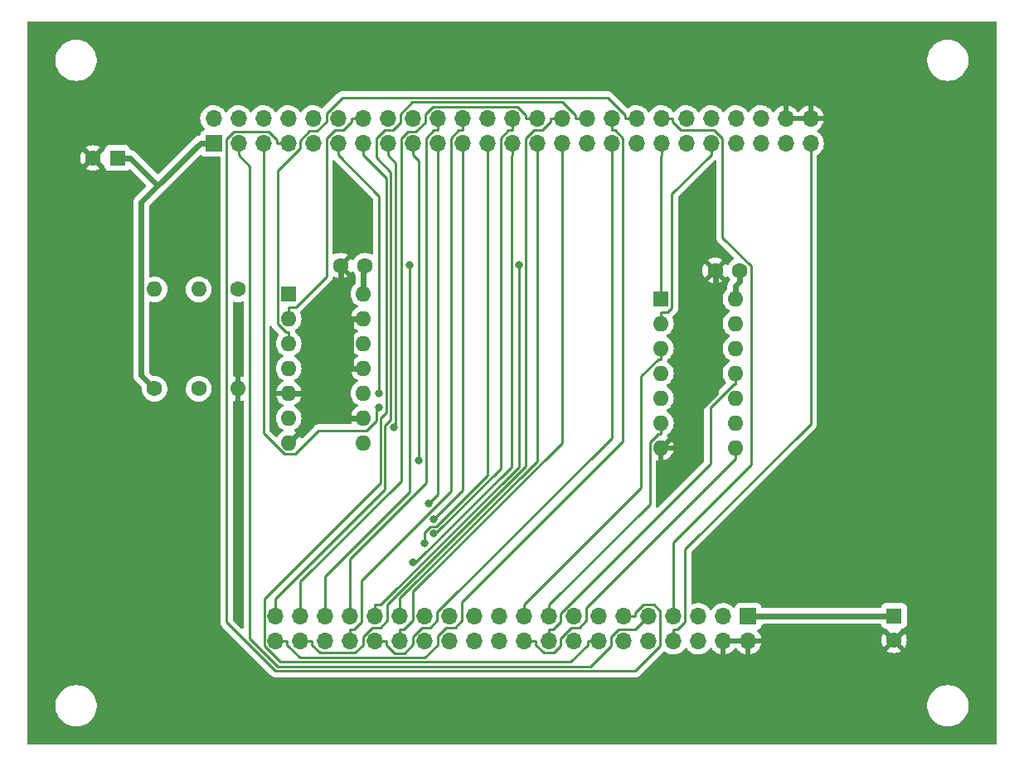
<source format=gbl>
G04 #@! TF.GenerationSoftware,KiCad,Pcbnew,(6.0.4-0)*
G04 #@! TF.CreationDate,2022-11-05T11:58:52+09:00*
G04 #@! TF.ProjectId,PC8001toSBC8080BUS,50433830-3031-4746-9f53-424338303830,rev?*
G04 #@! TF.SameCoordinates,Original*
G04 #@! TF.FileFunction,Copper,L2,Bot*
G04 #@! TF.FilePolarity,Positive*
%FSLAX46Y46*%
G04 Gerber Fmt 4.6, Leading zero omitted, Abs format (unit mm)*
G04 Created by KiCad (PCBNEW (6.0.4-0)) date 2022-11-05 11:58:52*
%MOMM*%
%LPD*%
G01*
G04 APERTURE LIST*
G04 #@! TA.AperFunction,ComponentPad*
%ADD10R,1.600000X1.600000*%
G04 #@! TD*
G04 #@! TA.AperFunction,ComponentPad*
%ADD11O,1.600000X1.600000*%
G04 #@! TD*
G04 #@! TA.AperFunction,ComponentPad*
%ADD12C,1.600000*%
G04 #@! TD*
G04 #@! TA.AperFunction,ComponentPad*
%ADD13R,1.700000X1.700000*%
G04 #@! TD*
G04 #@! TA.AperFunction,ComponentPad*
%ADD14O,1.700000X1.700000*%
G04 #@! TD*
G04 #@! TA.AperFunction,ViaPad*
%ADD15C,0.800000*%
G04 #@! TD*
G04 #@! TA.AperFunction,Conductor*
%ADD16C,0.250000*%
G04 #@! TD*
G04 #@! TA.AperFunction,Conductor*
%ADD17C,0.600000*%
G04 #@! TD*
G04 APERTURE END LIST*
D10*
X115200000Y-68875000D03*
D11*
X115200000Y-71415000D03*
X115200000Y-73955000D03*
X115200000Y-76495000D03*
X115200000Y-79035000D03*
X115200000Y-81575000D03*
X115200000Y-84115000D03*
X122820000Y-84115000D03*
X122820000Y-81575000D03*
X122820000Y-79035000D03*
X122820000Y-76495000D03*
X122820000Y-73955000D03*
X122820000Y-71415000D03*
X122820000Y-68875000D03*
X84820000Y-68375000D03*
X84820000Y-70915000D03*
X84820000Y-73455000D03*
X84820000Y-75995000D03*
X84820000Y-78535000D03*
X84820000Y-81075000D03*
X84820000Y-83615000D03*
X77200000Y-83615000D03*
X77200000Y-81075000D03*
X77200000Y-78535000D03*
X77200000Y-75995000D03*
X77200000Y-73455000D03*
X77200000Y-70915000D03*
D10*
X77200000Y-68375000D03*
D12*
X63500000Y-78080000D03*
D11*
X63500000Y-67920000D03*
D12*
X72000000Y-67920000D03*
D11*
X72000000Y-78080000D03*
D12*
X68000000Y-78080000D03*
D11*
X68000000Y-67920000D03*
D13*
X69525000Y-53000000D03*
D14*
X69525000Y-50460000D03*
X72065000Y-53000000D03*
X72065000Y-50460000D03*
X74605000Y-53000000D03*
X74605000Y-50460000D03*
X77145000Y-53000000D03*
X77145000Y-50460000D03*
X79685000Y-53000000D03*
X79685000Y-50460000D03*
X82225000Y-53000000D03*
X82225000Y-50460000D03*
X84765000Y-53000000D03*
X84765000Y-50460000D03*
X87305000Y-53000000D03*
X87305000Y-50460000D03*
X89845000Y-53000000D03*
X89845000Y-50460000D03*
X92385000Y-53000000D03*
X92385000Y-50460000D03*
X94925000Y-53000000D03*
X94925000Y-50460000D03*
X97465000Y-53000000D03*
X97465000Y-50460000D03*
X100005000Y-53000000D03*
X100005000Y-50460000D03*
X102545000Y-53000000D03*
X102545000Y-50460000D03*
X105085000Y-53000000D03*
X105085000Y-50460000D03*
X107625000Y-53000000D03*
X107625000Y-50460000D03*
X110165000Y-53000000D03*
X110165000Y-50460000D03*
X112705000Y-53000000D03*
X112705000Y-50460000D03*
X115245000Y-53000000D03*
X115245000Y-50460000D03*
X117785000Y-53000000D03*
X117785000Y-50460000D03*
X120325000Y-53000000D03*
X120325000Y-50460000D03*
X122865000Y-53000000D03*
X122865000Y-50460000D03*
X125405000Y-53000000D03*
X125405000Y-50460000D03*
X127945000Y-53000000D03*
X127945000Y-50460000D03*
X130485000Y-53000000D03*
X130485000Y-50460000D03*
D13*
X124125000Y-101350000D03*
D14*
X124125000Y-103890000D03*
X121585000Y-101350000D03*
X121585000Y-103890000D03*
X119045000Y-101350000D03*
X119045000Y-103890000D03*
X116505000Y-101350000D03*
X116505000Y-103890000D03*
X113965000Y-101350000D03*
X113965000Y-103890000D03*
X111425000Y-101350000D03*
X111425000Y-103890000D03*
X108885000Y-101350000D03*
X108885000Y-103890000D03*
X106345000Y-101350000D03*
X106345000Y-103890000D03*
X103805000Y-101350000D03*
X103805000Y-103890000D03*
X101265000Y-101350000D03*
X101265000Y-103890000D03*
X98725000Y-101350000D03*
X98725000Y-103890000D03*
X96185000Y-101350000D03*
X96185000Y-103890000D03*
X93645000Y-101350000D03*
X93645000Y-103890000D03*
X91105000Y-101350000D03*
X91105000Y-103890000D03*
X88565000Y-101350000D03*
X88565000Y-103890000D03*
X86025000Y-101350000D03*
X86025000Y-103890000D03*
X83485000Y-101350000D03*
X83485000Y-103890000D03*
X80945000Y-101350000D03*
X80945000Y-103890000D03*
X78405000Y-101350000D03*
X78405000Y-103890000D03*
X75865000Y-101350000D03*
X75865000Y-103890000D03*
D10*
X59705100Y-54500000D03*
D12*
X57205100Y-54500000D03*
D10*
X139000000Y-101294900D03*
D12*
X139000000Y-103794900D03*
X123250000Y-66000000D03*
X120750000Y-66000000D03*
X85000000Y-65500000D03*
X82500000Y-65500000D03*
D15*
X92019000Y-92901400D03*
X89559000Y-65460900D03*
X100687300Y-65460900D03*
X89885600Y-95859000D03*
X91105000Y-93859500D03*
X91969000Y-91450700D03*
X91505000Y-89799600D03*
X90448300Y-85432700D03*
X87936400Y-81988000D03*
X86415000Y-78596200D03*
X86436400Y-79954800D03*
D16*
X115903400Y-70289700D02*
X115200000Y-70289700D01*
X116325300Y-69867800D02*
X115903400Y-70289700D01*
X116325300Y-58175000D02*
X116325300Y-69867800D01*
X120325000Y-54175300D02*
X116325300Y-58175000D01*
X120325000Y-53000000D02*
X120325000Y-54175300D01*
X115200000Y-71415000D02*
X115200000Y-70289700D01*
X115200000Y-54220300D02*
X115200000Y-68875000D01*
X115245000Y-54175300D02*
X115200000Y-54220300D01*
X115245000Y-53000000D02*
X115245000Y-54175300D01*
X76918600Y-72329700D02*
X77200000Y-72329700D01*
X76074700Y-71485800D02*
X76918600Y-72329700D01*
X76074700Y-55748900D02*
X76074700Y-71485800D01*
X78325400Y-53498200D02*
X76074700Y-55748900D01*
X78325400Y-52695200D02*
X78325400Y-53498200D01*
X79290600Y-51730000D02*
X78325400Y-52695200D01*
X80079200Y-51730000D02*
X79290600Y-51730000D01*
X81049600Y-50759600D02*
X80079200Y-51730000D01*
X81049600Y-49925800D02*
X81049600Y-50759600D01*
X82668400Y-48307000D02*
X81049600Y-49925800D01*
X109744000Y-48307000D02*
X82668400Y-48307000D01*
X111529700Y-50092700D02*
X109744000Y-48307000D01*
X111529700Y-50460000D02*
X111529700Y-50092700D01*
X112705000Y-50460000D02*
X111529700Y-50460000D01*
X77200000Y-73455000D02*
X77200000Y-72329700D01*
X84765000Y-50460000D02*
X83589700Y-50460000D01*
X77200000Y-70915000D02*
X77200000Y-69789700D01*
X77903300Y-69789700D02*
X77200000Y-69789700D01*
X81049700Y-66643300D02*
X77903300Y-69789700D01*
X81049700Y-52510500D02*
X81049700Y-66643300D01*
X81924900Y-51635300D02*
X81049700Y-52510500D01*
X82781800Y-51635300D02*
X81924900Y-51635300D01*
X83589700Y-50827400D02*
X82781800Y-51635300D01*
X83589700Y-50460000D02*
X83589700Y-50827400D01*
X75865000Y-103890000D02*
X77040300Y-103890000D01*
X110165000Y-50460000D02*
X110165000Y-51635300D01*
X77040300Y-104257300D02*
X77040300Y-103890000D01*
X78363600Y-105580600D02*
X77040300Y-104257300D01*
X91086900Y-105580600D02*
X78363600Y-105580600D01*
X92392900Y-104274600D02*
X91086900Y-105580600D01*
X92392900Y-103391900D02*
X92392900Y-104274600D01*
X93259400Y-102525400D02*
X92392900Y-103391900D01*
X94170600Y-102525400D02*
X93259400Y-102525400D01*
X94915000Y-101781000D02*
X94170600Y-102525400D01*
X94915000Y-99911100D02*
X94915000Y-101781000D01*
X111340300Y-83485800D02*
X94915000Y-99911100D01*
X111340300Y-52443200D02*
X111340300Y-83485800D01*
X110532400Y-51635300D02*
X111340300Y-52443200D01*
X110165000Y-51635300D02*
X110532400Y-51635300D01*
X75865000Y-101350000D02*
X75865000Y-100174700D01*
X107625000Y-50460000D02*
X106449700Y-50460000D01*
X106449700Y-50092700D02*
X106449700Y-50460000D01*
X105144300Y-48787300D02*
X106449700Y-50092700D01*
X89778800Y-48787300D02*
X105144300Y-48787300D01*
X88575000Y-49991100D02*
X89778800Y-48787300D01*
X88575000Y-50891000D02*
X88575000Y-49991100D01*
X87830600Y-51635400D02*
X88575000Y-50891000D01*
X86968600Y-51635400D02*
X87830600Y-51635400D01*
X86129600Y-52474400D02*
X86968600Y-51635400D01*
X86129600Y-54420200D02*
X86129600Y-52474400D01*
X87636400Y-55927000D02*
X86129600Y-54420200D01*
X87636400Y-81238300D02*
X87636400Y-55927000D01*
X87023700Y-81851000D02*
X87636400Y-81238300D01*
X87023700Y-88379100D02*
X87023700Y-81851000D01*
X75865000Y-99537800D02*
X87023700Y-88379100D01*
X75865000Y-100174700D02*
X75865000Y-99537800D01*
X103909700Y-50827400D02*
X103909700Y-50460000D01*
X103101800Y-51635300D02*
X103909700Y-50827400D01*
X102208700Y-51635300D02*
X103101800Y-51635300D01*
X101369600Y-52474400D02*
X102208700Y-51635300D01*
X101369600Y-53700900D02*
X101369600Y-52474400D01*
X101412700Y-53744000D02*
X101369600Y-53700900D01*
X101412700Y-85994700D02*
X101412700Y-53744000D01*
X87295000Y-100112400D02*
X101412700Y-85994700D01*
X87295000Y-101781000D02*
X87295000Y-100112400D01*
X86550600Y-102525400D02*
X87295000Y-101781000D01*
X85705400Y-102525400D02*
X86550600Y-102525400D01*
X84788400Y-103442400D02*
X85705400Y-102525400D01*
X84788400Y-104272600D02*
X84788400Y-103442400D01*
X83982300Y-105078700D02*
X84788400Y-104272600D01*
X80401700Y-105078700D02*
X83982300Y-105078700D01*
X79580300Y-104257300D02*
X80401700Y-105078700D01*
X79580300Y-103890000D02*
X79580300Y-104257300D01*
X78405000Y-103890000D02*
X79580300Y-103890000D01*
X105085000Y-50460000D02*
X103909700Y-50460000D01*
X78405000Y-101350000D02*
X78405000Y-100174700D01*
X102545000Y-50460000D02*
X101369700Y-50460000D01*
X78405000Y-97815400D02*
X78405000Y-100174700D01*
X88669600Y-87550800D02*
X78405000Y-97815400D01*
X88669600Y-52511500D02*
X88669600Y-87550800D01*
X89356500Y-51824600D02*
X88669600Y-52511500D01*
X90163300Y-51824600D02*
X89356500Y-51824600D01*
X91115000Y-50872900D02*
X90163300Y-51824600D01*
X91115000Y-50062100D02*
X91115000Y-50872900D01*
X91892400Y-49284700D02*
X91115000Y-50062100D01*
X100561800Y-49284700D02*
X91892400Y-49284700D01*
X101369700Y-50092600D02*
X100561800Y-49284700D01*
X101369700Y-50460000D02*
X101369700Y-50092600D01*
X100005000Y-50460000D02*
X100005000Y-51635300D01*
X92181000Y-92901400D02*
X92019000Y-92901400D01*
X98829700Y-86252700D02*
X92181000Y-92901400D01*
X98829700Y-52443200D02*
X98829700Y-86252700D01*
X99637600Y-51635300D02*
X98829700Y-52443200D01*
X100005000Y-51635300D02*
X99637600Y-51635300D01*
X89559000Y-88670800D02*
X89559000Y-65460900D01*
X80945000Y-97284800D02*
X89559000Y-88670800D01*
X80945000Y-101350000D02*
X80945000Y-97284800D01*
X94557600Y-51635300D02*
X94925000Y-51635300D01*
X93749700Y-52443200D02*
X94557600Y-51635300D01*
X93749700Y-88580900D02*
X93749700Y-52443200D01*
X84660300Y-97670300D02*
X93749700Y-88580900D01*
X84660300Y-101906800D02*
X84660300Y-97670300D01*
X83852400Y-102714700D02*
X84660300Y-101906800D01*
X83485000Y-102714700D02*
X83852400Y-102714700D01*
X83485000Y-103890000D02*
X83485000Y-102714700D01*
X94925000Y-50460000D02*
X94925000Y-51635300D01*
X92385000Y-50460000D02*
X92385000Y-51635300D01*
X92017600Y-51635300D02*
X92385000Y-51635300D01*
X91209700Y-52443200D02*
X92017600Y-51635300D01*
X91209700Y-87733800D02*
X91209700Y-52443200D01*
X83485000Y-95458500D02*
X91209700Y-87733800D01*
X83485000Y-101350000D02*
X83485000Y-95458500D01*
X110165000Y-83122500D02*
X110165000Y-54175300D01*
X92375000Y-100912500D02*
X110165000Y-83122500D01*
X92375000Y-101781000D02*
X92375000Y-100912500D01*
X91630600Y-102525400D02*
X92375000Y-101781000D01*
X90785400Y-102525400D02*
X91630600Y-102525400D01*
X89868400Y-103442400D02*
X90785400Y-102525400D01*
X89868400Y-104253000D02*
X89868400Y-103442400D01*
X89019300Y-105102100D02*
X89868400Y-104253000D01*
X88045100Y-105102100D02*
X89019300Y-105102100D01*
X87200300Y-104257300D02*
X88045100Y-105102100D01*
X87200300Y-103890000D02*
X87200300Y-104257300D01*
X86025000Y-103890000D02*
X87200300Y-103890000D01*
X110165000Y-53000000D02*
X110165000Y-54175300D01*
X86025000Y-101350000D02*
X86025000Y-100174700D01*
X86595800Y-100174700D02*
X86025000Y-100174700D01*
X100687300Y-86083200D02*
X86595800Y-100174700D01*
X100687300Y-65460900D02*
X100687300Y-86083200D01*
X88565000Y-103890000D02*
X88565000Y-102714700D01*
X105085000Y-53000000D02*
X105085000Y-54175300D01*
X105085000Y-83596200D02*
X105085000Y-54175300D01*
X89874700Y-98806500D02*
X105085000Y-83596200D01*
X89874700Y-101772400D02*
X89874700Y-98806500D01*
X88932400Y-102714700D02*
X89874700Y-101772400D01*
X88565000Y-102714700D02*
X88932400Y-102714700D01*
X102545000Y-85499300D02*
X102545000Y-53000000D01*
X88565000Y-99479300D02*
X102545000Y-85499300D01*
X88565000Y-101350000D02*
X88565000Y-99479300D01*
X100005000Y-53000000D02*
X100005000Y-54175300D01*
X90160400Y-95859000D02*
X89885600Y-95859000D01*
X99962000Y-86057400D02*
X90160400Y-95859000D01*
X99962000Y-54218300D02*
X99962000Y-86057400D01*
X100005000Y-54175300D02*
X99962000Y-54218300D01*
X97465000Y-53000000D02*
X97465000Y-54175300D01*
X91105000Y-92766600D02*
X91105000Y-93859500D01*
X91695600Y-92176000D02*
X91105000Y-92766600D01*
X92269500Y-92176000D02*
X91695600Y-92176000D01*
X97465000Y-86980500D02*
X92269500Y-92176000D01*
X97465000Y-54175300D02*
X97465000Y-86980500D01*
X94925000Y-88494700D02*
X91969000Y-91450700D01*
X94925000Y-53000000D02*
X94925000Y-88494700D01*
X92385000Y-88919600D02*
X91505000Y-89799600D01*
X92385000Y-53000000D02*
X92385000Y-88919600D01*
X107615000Y-100445300D02*
X122820000Y-85240300D01*
X107615000Y-101781000D02*
X107615000Y-100445300D01*
X106870600Y-102525400D02*
X107615000Y-101781000D01*
X106045400Y-102525400D02*
X106870600Y-102525400D01*
X104980300Y-103590500D02*
X106045400Y-102525400D01*
X104980300Y-104377000D02*
X104980300Y-103590500D01*
X104265200Y-105092100D02*
X104980300Y-104377000D01*
X103275100Y-105092100D02*
X104265200Y-105092100D01*
X102440300Y-104257300D02*
X103275100Y-105092100D01*
X102440300Y-103890000D02*
X102440300Y-104257300D01*
X101265000Y-103890000D02*
X102440300Y-103890000D01*
X122820000Y-84115000D02*
X122820000Y-85240300D01*
X114918700Y-75080300D02*
X115200000Y-75080300D01*
X113196300Y-76802700D02*
X114918700Y-75080300D01*
X113196300Y-88243400D02*
X113196300Y-76802700D01*
X101265000Y-100174700D02*
X113196300Y-88243400D01*
X101265000Y-101350000D02*
X101265000Y-100174700D01*
X115200000Y-73955000D02*
X115200000Y-75080300D01*
X122643200Y-77620300D02*
X122820000Y-77620300D01*
X120241300Y-80022200D02*
X122643200Y-77620300D01*
X120241300Y-85778800D02*
X120241300Y-80022200D01*
X104980300Y-101039800D02*
X120241300Y-85778800D01*
X104980300Y-101906800D02*
X104980300Y-101039800D01*
X104172400Y-102714700D02*
X104980300Y-101906800D01*
X103805000Y-102714700D02*
X104172400Y-102714700D01*
X103805000Y-103890000D02*
X103805000Y-102714700D01*
X122820000Y-76495000D02*
X122820000Y-77620300D01*
X114918600Y-82700300D02*
X115200000Y-82700300D01*
X114074700Y-83544200D02*
X114918600Y-82700300D01*
X114074700Y-89905000D02*
X114074700Y-83544200D01*
X103805000Y-100174700D02*
X114074700Y-89905000D01*
X103805000Y-101350000D02*
X103805000Y-100174700D01*
X115200000Y-81575000D02*
X115200000Y-82700300D01*
X89845000Y-53000000D02*
X89845000Y-54175300D01*
X90448300Y-54778600D02*
X90448300Y-85432700D01*
X89845000Y-54175300D02*
X90448300Y-54778600D01*
X87305000Y-53000000D02*
X87305000Y-54175300D01*
X88112000Y-54982300D02*
X87305000Y-54175300D01*
X88112000Y-81812400D02*
X88112000Y-54982300D01*
X87936400Y-81988000D02*
X88112000Y-81812400D01*
X108885000Y-103890000D02*
X107709700Y-103890000D01*
X84765000Y-53000000D02*
X84765000Y-54175300D01*
X87161800Y-56572100D02*
X84765000Y-54175300D01*
X87161800Y-80480500D02*
X87161800Y-56572100D01*
X86573300Y-81069000D02*
X87161800Y-80480500D01*
X86573300Y-87694000D02*
X86573300Y-81069000D01*
X74689400Y-99577900D02*
X86573300Y-87694000D01*
X74689400Y-104392100D02*
X74689400Y-99577900D01*
X76328300Y-106031000D02*
X74689400Y-104392100D01*
X105936000Y-106031000D02*
X76328300Y-106031000D01*
X107709700Y-104257300D02*
X105936000Y-106031000D01*
X107709700Y-103890000D02*
X107709700Y-104257300D01*
X82225000Y-53000000D02*
X82225000Y-54175300D01*
X86415000Y-58365300D02*
X86415000Y-78596200D01*
X82225000Y-54175300D02*
X86415000Y-58365300D01*
X111425000Y-101350000D02*
X112600300Y-101350000D01*
X77145000Y-53000000D02*
X75969700Y-53000000D01*
X112600300Y-100982700D02*
X112600300Y-101350000D01*
X113419900Y-100163100D02*
X112600300Y-100982700D01*
X114500600Y-100163100D02*
X113419900Y-100163100D01*
X115145100Y-100807600D02*
X114500600Y-100163100D01*
X115145100Y-104408800D02*
X115145100Y-100807600D01*
X112593400Y-106960500D02*
X115145100Y-104408800D01*
X75854200Y-106960500D02*
X112593400Y-106960500D01*
X70849900Y-101956200D02*
X75854200Y-106960500D01*
X70849900Y-52552900D02*
X70849900Y-101956200D01*
X71578100Y-51824700D02*
X70849900Y-52552900D01*
X75161800Y-51824700D02*
X71578100Y-51824700D01*
X75969700Y-52632600D02*
X75161800Y-51824700D01*
X75969700Y-53000000D02*
X75969700Y-52632600D01*
X86122900Y-80268300D02*
X86436400Y-79954800D01*
X86122900Y-81369600D02*
X86122900Y-80268300D01*
X85147500Y-82345000D02*
X86122900Y-81369600D01*
X80270200Y-82345000D02*
X85147500Y-82345000D01*
X77842000Y-84773200D02*
X80270200Y-82345000D01*
X76762300Y-84773200D02*
X77842000Y-84773200D01*
X74605000Y-82615900D02*
X76762300Y-84773200D01*
X74605000Y-53000000D02*
X74605000Y-82615900D01*
X73240300Y-55350600D02*
X72065000Y-54175300D01*
X73240300Y-103647700D02*
X73240300Y-55350600D01*
X76083400Y-106490800D02*
X73240300Y-103647700D01*
X108026800Y-106490800D02*
X76083400Y-106490800D01*
X110155000Y-104362600D02*
X108026800Y-106490800D01*
X110155000Y-103459000D02*
X110155000Y-104362600D01*
X110899400Y-102714600D02*
X110155000Y-103459000D01*
X112600400Y-102714600D02*
X110899400Y-102714600D01*
X113965000Y-101350000D02*
X112600400Y-102714600D01*
X72065000Y-53000000D02*
X72065000Y-54175300D01*
X130485000Y-81704300D02*
X130485000Y-53000000D01*
X117680300Y-94509000D02*
X130485000Y-81704300D01*
X117680300Y-101906800D02*
X117680300Y-94509000D01*
X116872400Y-102714700D02*
X117680300Y-101906800D01*
X116505000Y-102714700D02*
X116872400Y-102714700D01*
X116505000Y-103890000D02*
X116505000Y-102714700D01*
X116420300Y-50827400D02*
X116420300Y-50460000D01*
X117228200Y-51635300D02*
X116420300Y-50827400D01*
X120650300Y-51635300D02*
X117228200Y-51635300D01*
X121500400Y-52485400D02*
X120650300Y-51635300D01*
X121500400Y-62647400D02*
X121500400Y-52485400D01*
X124411600Y-65558600D02*
X121500400Y-62647400D01*
X124411600Y-85853200D02*
X124411600Y-65558600D01*
X116505000Y-93759800D02*
X124411600Y-85853200D01*
X116505000Y-101350000D02*
X116505000Y-93759800D01*
X115245000Y-50460000D02*
X116420300Y-50460000D01*
D17*
X84820000Y-70915000D02*
X83519700Y-70915000D01*
X82500000Y-69895300D02*
X83519700Y-70915000D01*
X82500000Y-65500000D02*
X82500000Y-69895300D01*
X83519700Y-70915000D02*
X83519700Y-75995000D01*
X84820000Y-75995000D02*
X83519700Y-75995000D01*
X84820000Y-81075000D02*
X83519700Y-81075000D01*
X77200000Y-78535000D02*
X78500300Y-78535000D01*
X82124700Y-77390000D02*
X82124700Y-78853700D01*
X83519700Y-75995000D02*
X82124700Y-77390000D01*
X82124700Y-79680000D02*
X83519700Y-81075000D01*
X82124700Y-78853700D02*
X82124700Y-79680000D01*
X78819000Y-81996000D02*
X77200000Y-83615000D01*
X78819000Y-78853700D02*
X78819000Y-81996000D01*
X82124700Y-78853700D02*
X78819000Y-78853700D01*
X78819000Y-78853700D02*
X78500300Y-78535000D01*
X120750000Y-78565000D02*
X120750000Y-66000000D01*
X115200000Y-84115000D02*
X120750000Y-78565000D01*
X69525000Y-53000000D02*
X68174700Y-53000000D01*
X59705100Y-54500000D02*
X61005400Y-54500000D01*
X61005400Y-54500000D02*
X63840100Y-57334600D01*
X62149200Y-59025500D02*
X63840100Y-57334600D01*
X62149200Y-76729200D02*
X62149200Y-59025500D01*
X63500000Y-78080000D02*
X62149200Y-76729200D01*
X63840100Y-57334600D02*
X68174700Y-53000000D01*
X84820000Y-68375000D02*
X84820000Y-67074700D01*
X84820000Y-65680000D02*
X84820000Y-67074700D01*
X85000000Y-65500000D02*
X84820000Y-65680000D01*
X125530400Y-101294900D02*
X125475300Y-101350000D01*
X139000000Y-101294900D02*
X125530400Y-101294900D01*
X124125000Y-101350000D02*
X125475300Y-101350000D01*
X123250000Y-67144700D02*
X123250000Y-66000000D01*
X122820000Y-67574700D02*
X123250000Y-67144700D01*
X122820000Y-68875000D02*
X122820000Y-67574700D01*
G04 #@! TA.AperFunction,Conductor*
G36*
X149433621Y-40528502D02*
G01*
X149480114Y-40582158D01*
X149491500Y-40634500D01*
X149491500Y-114365500D01*
X149471498Y-114433621D01*
X149417842Y-114480114D01*
X149365500Y-114491500D01*
X50634500Y-114491500D01*
X50566379Y-114471498D01*
X50519886Y-114417842D01*
X50508500Y-114365500D01*
X50508500Y-110632703D01*
X53390743Y-110632703D01*
X53428268Y-110917734D01*
X53504129Y-111195036D01*
X53616923Y-111459476D01*
X53764561Y-111706161D01*
X53944313Y-111930528D01*
X54152851Y-112128423D01*
X54386317Y-112296186D01*
X54390112Y-112298195D01*
X54390113Y-112298196D01*
X54411869Y-112309715D01*
X54640392Y-112430712D01*
X54910373Y-112529511D01*
X55191264Y-112590755D01*
X55219841Y-112593004D01*
X55414282Y-112608307D01*
X55414291Y-112608307D01*
X55416739Y-112608500D01*
X55572271Y-112608500D01*
X55574407Y-112608354D01*
X55574418Y-112608354D01*
X55782548Y-112594165D01*
X55782554Y-112594164D01*
X55786825Y-112593873D01*
X55791020Y-112593004D01*
X55791022Y-112593004D01*
X55927584Y-112564723D01*
X56068342Y-112535574D01*
X56339343Y-112439607D01*
X56594812Y-112307750D01*
X56598313Y-112305289D01*
X56598317Y-112305287D01*
X56712418Y-112225095D01*
X56830023Y-112142441D01*
X57040622Y-111946740D01*
X57222713Y-111724268D01*
X57372927Y-111479142D01*
X57488483Y-111215898D01*
X57567244Y-110939406D01*
X57607751Y-110654784D01*
X57607845Y-110636951D01*
X57607867Y-110632703D01*
X142390743Y-110632703D01*
X142428268Y-110917734D01*
X142504129Y-111195036D01*
X142616923Y-111459476D01*
X142764561Y-111706161D01*
X142944313Y-111930528D01*
X143152851Y-112128423D01*
X143386317Y-112296186D01*
X143390112Y-112298195D01*
X143390113Y-112298196D01*
X143411869Y-112309715D01*
X143640392Y-112430712D01*
X143910373Y-112529511D01*
X144191264Y-112590755D01*
X144219841Y-112593004D01*
X144414282Y-112608307D01*
X144414291Y-112608307D01*
X144416739Y-112608500D01*
X144572271Y-112608500D01*
X144574407Y-112608354D01*
X144574418Y-112608354D01*
X144782548Y-112594165D01*
X144782554Y-112594164D01*
X144786825Y-112593873D01*
X144791020Y-112593004D01*
X144791022Y-112593004D01*
X144927584Y-112564723D01*
X145068342Y-112535574D01*
X145339343Y-112439607D01*
X145594812Y-112307750D01*
X145598313Y-112305289D01*
X145598317Y-112305287D01*
X145712418Y-112225095D01*
X145830023Y-112142441D01*
X146040622Y-111946740D01*
X146222713Y-111724268D01*
X146372927Y-111479142D01*
X146488483Y-111215898D01*
X146567244Y-110939406D01*
X146607751Y-110654784D01*
X146607845Y-110636951D01*
X146609235Y-110371583D01*
X146609235Y-110371576D01*
X146609257Y-110367297D01*
X146571732Y-110082266D01*
X146495871Y-109804964D01*
X146383077Y-109540524D01*
X146235439Y-109293839D01*
X146055687Y-109069472D01*
X145847149Y-108871577D01*
X145613683Y-108703814D01*
X145591843Y-108692250D01*
X145568654Y-108679972D01*
X145359608Y-108569288D01*
X145089627Y-108470489D01*
X144808736Y-108409245D01*
X144777685Y-108406801D01*
X144585718Y-108391693D01*
X144585709Y-108391693D01*
X144583261Y-108391500D01*
X144427729Y-108391500D01*
X144425593Y-108391646D01*
X144425582Y-108391646D01*
X144217452Y-108405835D01*
X144217446Y-108405836D01*
X144213175Y-108406127D01*
X144208980Y-108406996D01*
X144208978Y-108406996D01*
X144072417Y-108435276D01*
X143931658Y-108464426D01*
X143660657Y-108560393D01*
X143405188Y-108692250D01*
X143401687Y-108694711D01*
X143401683Y-108694713D01*
X143391594Y-108701804D01*
X143169977Y-108857559D01*
X142959378Y-109053260D01*
X142777287Y-109275732D01*
X142627073Y-109520858D01*
X142511517Y-109784102D01*
X142432756Y-110060594D01*
X142392249Y-110345216D01*
X142392227Y-110349505D01*
X142392226Y-110349512D01*
X142390765Y-110628417D01*
X142390743Y-110632703D01*
X57607867Y-110632703D01*
X57609235Y-110371583D01*
X57609235Y-110371576D01*
X57609257Y-110367297D01*
X57571732Y-110082266D01*
X57495871Y-109804964D01*
X57383077Y-109540524D01*
X57235439Y-109293839D01*
X57055687Y-109069472D01*
X56847149Y-108871577D01*
X56613683Y-108703814D01*
X56591843Y-108692250D01*
X56568654Y-108679972D01*
X56359608Y-108569288D01*
X56089627Y-108470489D01*
X55808736Y-108409245D01*
X55777685Y-108406801D01*
X55585718Y-108391693D01*
X55585709Y-108391693D01*
X55583261Y-108391500D01*
X55427729Y-108391500D01*
X55425593Y-108391646D01*
X55425582Y-108391646D01*
X55217452Y-108405835D01*
X55217446Y-108405836D01*
X55213175Y-108406127D01*
X55208980Y-108406996D01*
X55208978Y-108406996D01*
X55072417Y-108435276D01*
X54931658Y-108464426D01*
X54660657Y-108560393D01*
X54405188Y-108692250D01*
X54401687Y-108694711D01*
X54401683Y-108694713D01*
X54391594Y-108701804D01*
X54169977Y-108857559D01*
X53959378Y-109053260D01*
X53777287Y-109275732D01*
X53627073Y-109520858D01*
X53511517Y-109784102D01*
X53432756Y-110060594D01*
X53392249Y-110345216D01*
X53392227Y-110349505D01*
X53392226Y-110349512D01*
X53390765Y-110628417D01*
X53390743Y-110632703D01*
X50508500Y-110632703D01*
X50508500Y-55586062D01*
X56483593Y-55586062D01*
X56492889Y-55598077D01*
X56544094Y-55633931D01*
X56553589Y-55639414D01*
X56751047Y-55731490D01*
X56761339Y-55735236D01*
X56971788Y-55791625D01*
X56982581Y-55793528D01*
X57199625Y-55812517D01*
X57210575Y-55812517D01*
X57427619Y-55793528D01*
X57438412Y-55791625D01*
X57648861Y-55735236D01*
X57659153Y-55731490D01*
X57856611Y-55639414D01*
X57866106Y-55633931D01*
X57918148Y-55597491D01*
X57926524Y-55587012D01*
X57919456Y-55573566D01*
X57217912Y-54872022D01*
X57203968Y-54864408D01*
X57202135Y-54864539D01*
X57195520Y-54868790D01*
X56490023Y-55574287D01*
X56483593Y-55586062D01*
X50508500Y-55586062D01*
X50508500Y-54505475D01*
X55892583Y-54505475D01*
X55911572Y-54722519D01*
X55913475Y-54733312D01*
X55969864Y-54943761D01*
X55973610Y-54954053D01*
X56065686Y-55151511D01*
X56071169Y-55161006D01*
X56107609Y-55213048D01*
X56118088Y-55221424D01*
X56131534Y-55214356D01*
X56833078Y-54512812D01*
X56839456Y-54501132D01*
X57569508Y-54501132D01*
X57569639Y-54502965D01*
X57573890Y-54509580D01*
X58279387Y-55215077D01*
X58321129Y-55237871D01*
X58331129Y-55240047D01*
X58381327Y-55290253D01*
X58396551Y-55343814D01*
X58396600Y-55344719D01*
X58396600Y-55348134D01*
X58403355Y-55410316D01*
X58454485Y-55546705D01*
X58541839Y-55663261D01*
X58658395Y-55750615D01*
X58794784Y-55801745D01*
X58856966Y-55808500D01*
X60553234Y-55808500D01*
X60615416Y-55801745D01*
X60751805Y-55750615D01*
X60868361Y-55663261D01*
X60870188Y-55665698D01*
X60919143Y-55638966D01*
X60989958Y-55644031D01*
X61035019Y-55672989D01*
X62248767Y-56886695D01*
X62607600Y-57245515D01*
X62641626Y-57307827D01*
X62636562Y-57378642D01*
X62607601Y-57423707D01*
X61584042Y-58447266D01*
X61583105Y-58448194D01*
X61518693Y-58511271D01*
X61495202Y-58547721D01*
X61487783Y-58558046D01*
X61460724Y-58591943D01*
X61457659Y-58598284D01*
X61457658Y-58598285D01*
X61446128Y-58622137D01*
X61438599Y-58635554D01*
X61420435Y-58663738D01*
X61418027Y-58670355D01*
X61418024Y-58670360D01*
X61405608Y-58704473D01*
X61400647Y-58716216D01*
X61384846Y-58748903D01*
X61384844Y-58748908D01*
X61381779Y-58755249D01*
X61380196Y-58762107D01*
X61380195Y-58762109D01*
X61374235Y-58787926D01*
X61369868Y-58802669D01*
X61358397Y-58834185D01*
X61357514Y-58841175D01*
X61357512Y-58841183D01*
X61352962Y-58877201D01*
X61350726Y-58889753D01*
X61340976Y-58931985D01*
X61340951Y-58939031D01*
X61340951Y-58939034D01*
X61340834Y-58972556D01*
X61340805Y-58973438D01*
X61340700Y-58974269D01*
X61340700Y-59011072D01*
X61340343Y-59113370D01*
X61340611Y-59114570D01*
X61340700Y-59116207D01*
X61340700Y-76719986D01*
X61340693Y-76721306D01*
X61339749Y-76811421D01*
X61348911Y-76853797D01*
X61350969Y-76866363D01*
X61355803Y-76909455D01*
X61358119Y-76916106D01*
X61358120Y-76916110D01*
X61366833Y-76941130D01*
X61370996Y-76955942D01*
X61378081Y-76988710D01*
X61396408Y-77028013D01*
X61401190Y-77039789D01*
X61415455Y-77080752D01*
X61419189Y-77086727D01*
X61419190Y-77086730D01*
X61433227Y-77109195D01*
X61440566Y-77122712D01*
X61446226Y-77134849D01*
X61454738Y-77153102D01*
X61459055Y-77158667D01*
X61459056Y-77158669D01*
X61481306Y-77187353D01*
X61488602Y-77197812D01*
X61503405Y-77221502D01*
X61511574Y-77234576D01*
X61516534Y-77239571D01*
X61516535Y-77239572D01*
X61540176Y-77263379D01*
X61540761Y-77264004D01*
X61541278Y-77264670D01*
X61567266Y-77290658D01*
X61639385Y-77363282D01*
X61640422Y-77363940D01*
X61641651Y-77365043D01*
X62158640Y-77882032D01*
X62192666Y-77944344D01*
X62195066Y-77982108D01*
X62190981Y-78028802D01*
X62186502Y-78080000D01*
X62206457Y-78308087D01*
X62207881Y-78313400D01*
X62207881Y-78313402D01*
X62225258Y-78378251D01*
X62265716Y-78529243D01*
X62268039Y-78534224D01*
X62268039Y-78534225D01*
X62360151Y-78731762D01*
X62360154Y-78731767D01*
X62362477Y-78736749D01*
X62493802Y-78924300D01*
X62655700Y-79086198D01*
X62660208Y-79089355D01*
X62660211Y-79089357D01*
X62738389Y-79144098D01*
X62843251Y-79217523D01*
X62848233Y-79219846D01*
X62848238Y-79219849D01*
X63045775Y-79311961D01*
X63050757Y-79314284D01*
X63056065Y-79315706D01*
X63056067Y-79315707D01*
X63266598Y-79372119D01*
X63266600Y-79372119D01*
X63271913Y-79373543D01*
X63500000Y-79393498D01*
X63728087Y-79373543D01*
X63733400Y-79372119D01*
X63733402Y-79372119D01*
X63943933Y-79315707D01*
X63943935Y-79315706D01*
X63949243Y-79314284D01*
X63954225Y-79311961D01*
X64151762Y-79219849D01*
X64151767Y-79219846D01*
X64156749Y-79217523D01*
X64261611Y-79144098D01*
X64339789Y-79089357D01*
X64339792Y-79089355D01*
X64344300Y-79086198D01*
X64506198Y-78924300D01*
X64637523Y-78736749D01*
X64639846Y-78731767D01*
X64639849Y-78731762D01*
X64731961Y-78534225D01*
X64731961Y-78534224D01*
X64734284Y-78529243D01*
X64774743Y-78378251D01*
X64792119Y-78313402D01*
X64792119Y-78313400D01*
X64793543Y-78308087D01*
X64813498Y-78080000D01*
X66686502Y-78080000D01*
X66706457Y-78308087D01*
X66707881Y-78313400D01*
X66707881Y-78313402D01*
X66725258Y-78378251D01*
X66765716Y-78529243D01*
X66768039Y-78534224D01*
X66768039Y-78534225D01*
X66860151Y-78731762D01*
X66860154Y-78731767D01*
X66862477Y-78736749D01*
X66993802Y-78924300D01*
X67155700Y-79086198D01*
X67160208Y-79089355D01*
X67160211Y-79089357D01*
X67238389Y-79144098D01*
X67343251Y-79217523D01*
X67348233Y-79219846D01*
X67348238Y-79219849D01*
X67545775Y-79311961D01*
X67550757Y-79314284D01*
X67556065Y-79315706D01*
X67556067Y-79315707D01*
X67766598Y-79372119D01*
X67766600Y-79372119D01*
X67771913Y-79373543D01*
X68000000Y-79393498D01*
X68228087Y-79373543D01*
X68233400Y-79372119D01*
X68233402Y-79372119D01*
X68443933Y-79315707D01*
X68443935Y-79315706D01*
X68449243Y-79314284D01*
X68454225Y-79311961D01*
X68651762Y-79219849D01*
X68651767Y-79219846D01*
X68656749Y-79217523D01*
X68761611Y-79144098D01*
X68839789Y-79089357D01*
X68839792Y-79089355D01*
X68844300Y-79086198D01*
X69006198Y-78924300D01*
X69137523Y-78736749D01*
X69139846Y-78731767D01*
X69139849Y-78731762D01*
X69231961Y-78534225D01*
X69231961Y-78534224D01*
X69234284Y-78529243D01*
X69274743Y-78378251D01*
X69292119Y-78313402D01*
X69292119Y-78313400D01*
X69293543Y-78308087D01*
X69313498Y-78080000D01*
X69293543Y-77851913D01*
X69268530Y-77758563D01*
X69235707Y-77636067D01*
X69235706Y-77636065D01*
X69234284Y-77630757D01*
X69190871Y-77537657D01*
X69139849Y-77428238D01*
X69139846Y-77428233D01*
X69137523Y-77423251D01*
X69027607Y-77266275D01*
X69009357Y-77240211D01*
X69009355Y-77240208D01*
X69006198Y-77235700D01*
X68844300Y-77073802D01*
X68839792Y-77070645D01*
X68839789Y-77070643D01*
X68761611Y-77015902D01*
X68656749Y-76942477D01*
X68651767Y-76940154D01*
X68651762Y-76940151D01*
X68454225Y-76848039D01*
X68454224Y-76848039D01*
X68449243Y-76845716D01*
X68443935Y-76844294D01*
X68443933Y-76844293D01*
X68233402Y-76787881D01*
X68233400Y-76787881D01*
X68228087Y-76786457D01*
X68000000Y-76766502D01*
X67771913Y-76786457D01*
X67766600Y-76787881D01*
X67766598Y-76787881D01*
X67556067Y-76844293D01*
X67556065Y-76844294D01*
X67550757Y-76845716D01*
X67545776Y-76848039D01*
X67545775Y-76848039D01*
X67348238Y-76940151D01*
X67348233Y-76940154D01*
X67343251Y-76942477D01*
X67238389Y-77015902D01*
X67160211Y-77070643D01*
X67160208Y-77070645D01*
X67155700Y-77073802D01*
X66993802Y-77235700D01*
X66990645Y-77240208D01*
X66990643Y-77240211D01*
X66972393Y-77266275D01*
X66862477Y-77423251D01*
X66860154Y-77428233D01*
X66860151Y-77428238D01*
X66809129Y-77537657D01*
X66765716Y-77630757D01*
X66764294Y-77636065D01*
X66764293Y-77636067D01*
X66731470Y-77758563D01*
X66706457Y-77851913D01*
X66686502Y-78080000D01*
X64813498Y-78080000D01*
X64793543Y-77851913D01*
X64768530Y-77758563D01*
X64735707Y-77636067D01*
X64735706Y-77636065D01*
X64734284Y-77630757D01*
X64690871Y-77537657D01*
X64639849Y-77428238D01*
X64639846Y-77428233D01*
X64637523Y-77423251D01*
X64527607Y-77266275D01*
X64509357Y-77240211D01*
X64509355Y-77240208D01*
X64506198Y-77235700D01*
X64344300Y-77073802D01*
X64339792Y-77070645D01*
X64339789Y-77070643D01*
X64261611Y-77015902D01*
X64156749Y-76942477D01*
X64151767Y-76940154D01*
X64151762Y-76940151D01*
X63954225Y-76848039D01*
X63954224Y-76848039D01*
X63949243Y-76845716D01*
X63943935Y-76844294D01*
X63943933Y-76844293D01*
X63733402Y-76787881D01*
X63733400Y-76787881D01*
X63728087Y-76786457D01*
X63500000Y-76766502D01*
X63494525Y-76766981D01*
X63494524Y-76766981D01*
X63402108Y-76775066D01*
X63332503Y-76761076D01*
X63302032Y-76738640D01*
X62994605Y-76431213D01*
X62960579Y-76368901D01*
X62957700Y-76342118D01*
X62957700Y-69293556D01*
X62977702Y-69225435D01*
X63031358Y-69178942D01*
X63101632Y-69168838D01*
X63116303Y-69171847D01*
X63271913Y-69213543D01*
X63500000Y-69233498D01*
X63728087Y-69213543D01*
X63733400Y-69212119D01*
X63733402Y-69212119D01*
X63943933Y-69155707D01*
X63943935Y-69155706D01*
X63949243Y-69154284D01*
X63954225Y-69151961D01*
X64151762Y-69059849D01*
X64151767Y-69059846D01*
X64156749Y-69057523D01*
X64261611Y-68984098D01*
X64339789Y-68929357D01*
X64339792Y-68929355D01*
X64344300Y-68926198D01*
X64506198Y-68764300D01*
X64637523Y-68576749D01*
X64639846Y-68571767D01*
X64639849Y-68571762D01*
X64731961Y-68374225D01*
X64731961Y-68374224D01*
X64734284Y-68369243D01*
X64774743Y-68218251D01*
X64792119Y-68153402D01*
X64792119Y-68153400D01*
X64793543Y-68148087D01*
X64813498Y-67920000D01*
X66686502Y-67920000D01*
X66706457Y-68148087D01*
X66707881Y-68153400D01*
X66707881Y-68153402D01*
X66725258Y-68218251D01*
X66765716Y-68369243D01*
X66768039Y-68374224D01*
X66768039Y-68374225D01*
X66860151Y-68571762D01*
X66860154Y-68571767D01*
X66862477Y-68576749D01*
X66993802Y-68764300D01*
X67155700Y-68926198D01*
X67160208Y-68929355D01*
X67160211Y-68929357D01*
X67238389Y-68984098D01*
X67343251Y-69057523D01*
X67348233Y-69059846D01*
X67348238Y-69059849D01*
X67545775Y-69151961D01*
X67550757Y-69154284D01*
X67556065Y-69155706D01*
X67556067Y-69155707D01*
X67766598Y-69212119D01*
X67766600Y-69212119D01*
X67771913Y-69213543D01*
X68000000Y-69233498D01*
X68228087Y-69213543D01*
X68233400Y-69212119D01*
X68233402Y-69212119D01*
X68443933Y-69155707D01*
X68443935Y-69155706D01*
X68449243Y-69154284D01*
X68454225Y-69151961D01*
X68651762Y-69059849D01*
X68651767Y-69059846D01*
X68656749Y-69057523D01*
X68761611Y-68984098D01*
X68839789Y-68929357D01*
X68839792Y-68929355D01*
X68844300Y-68926198D01*
X69006198Y-68764300D01*
X69137523Y-68576749D01*
X69139846Y-68571767D01*
X69139849Y-68571762D01*
X69231961Y-68374225D01*
X69231961Y-68374224D01*
X69234284Y-68369243D01*
X69274743Y-68218251D01*
X69292119Y-68153402D01*
X69292119Y-68153400D01*
X69293543Y-68148087D01*
X69313498Y-67920000D01*
X69293543Y-67691913D01*
X69286441Y-67665407D01*
X69235707Y-67476067D01*
X69235706Y-67476065D01*
X69234284Y-67470757D01*
X69213601Y-67426401D01*
X69139849Y-67268238D01*
X69139846Y-67268233D01*
X69137523Y-67263251D01*
X69048170Y-67135642D01*
X69009357Y-67080211D01*
X69009355Y-67080208D01*
X69006198Y-67075700D01*
X68844300Y-66913802D01*
X68839792Y-66910645D01*
X68839789Y-66910643D01*
X68745041Y-66844300D01*
X68656749Y-66782477D01*
X68651767Y-66780154D01*
X68651762Y-66780151D01*
X68454225Y-66688039D01*
X68454224Y-66688039D01*
X68449243Y-66685716D01*
X68443935Y-66684294D01*
X68443933Y-66684293D01*
X68233402Y-66627881D01*
X68233400Y-66627881D01*
X68228087Y-66626457D01*
X68000000Y-66606502D01*
X67771913Y-66626457D01*
X67766600Y-66627881D01*
X67766598Y-66627881D01*
X67556067Y-66684293D01*
X67556065Y-66684294D01*
X67550757Y-66685716D01*
X67545776Y-66688039D01*
X67545775Y-66688039D01*
X67348238Y-66780151D01*
X67348233Y-66780154D01*
X67343251Y-66782477D01*
X67254959Y-66844300D01*
X67160211Y-66910643D01*
X67160208Y-66910645D01*
X67155700Y-66913802D01*
X66993802Y-67075700D01*
X66990645Y-67080208D01*
X66990643Y-67080211D01*
X66951830Y-67135642D01*
X66862477Y-67263251D01*
X66860154Y-67268233D01*
X66860151Y-67268238D01*
X66786399Y-67426401D01*
X66765716Y-67470757D01*
X66764294Y-67476065D01*
X66764293Y-67476067D01*
X66713559Y-67665407D01*
X66706457Y-67691913D01*
X66686502Y-67920000D01*
X64813498Y-67920000D01*
X64793543Y-67691913D01*
X64786441Y-67665407D01*
X64735707Y-67476067D01*
X64735706Y-67476065D01*
X64734284Y-67470757D01*
X64713601Y-67426401D01*
X64639849Y-67268238D01*
X64639846Y-67268233D01*
X64637523Y-67263251D01*
X64548170Y-67135642D01*
X64509357Y-67080211D01*
X64509355Y-67080208D01*
X64506198Y-67075700D01*
X64344300Y-66913802D01*
X64339792Y-66910645D01*
X64339789Y-66910643D01*
X64245041Y-66844300D01*
X64156749Y-66782477D01*
X64151767Y-66780154D01*
X64151762Y-66780151D01*
X63954225Y-66688039D01*
X63954224Y-66688039D01*
X63949243Y-66685716D01*
X63943935Y-66684294D01*
X63943933Y-66684293D01*
X63733402Y-66627881D01*
X63733400Y-66627881D01*
X63728087Y-66626457D01*
X63500000Y-66606502D01*
X63271913Y-66626457D01*
X63116310Y-66668151D01*
X63045335Y-66666461D01*
X62986539Y-66626667D01*
X62958591Y-66561403D01*
X62957700Y-66546444D01*
X62957700Y-59412582D01*
X62977702Y-59344461D01*
X62994605Y-59323487D01*
X64372268Y-57945823D01*
X64383442Y-57935901D01*
X64405857Y-57918262D01*
X64405859Y-57918260D01*
X64411393Y-57913905D01*
X64415824Y-57908433D01*
X64415830Y-57908427D01*
X64437914Y-57881154D01*
X64446741Y-57871351D01*
X68120337Y-54197755D01*
X68182649Y-54163729D01*
X68253464Y-54168794D01*
X68297786Y-54201953D01*
X68300008Y-54199731D01*
X68306358Y-54206081D01*
X68311739Y-54213261D01*
X68428295Y-54300615D01*
X68564684Y-54351745D01*
X68626866Y-54358500D01*
X70090400Y-54358500D01*
X70158521Y-54378502D01*
X70205014Y-54432158D01*
X70216400Y-54484500D01*
X70216400Y-101877433D01*
X70215873Y-101888616D01*
X70214198Y-101896109D01*
X70214447Y-101904035D01*
X70214447Y-101904036D01*
X70216338Y-101964186D01*
X70216400Y-101968145D01*
X70216400Y-101996056D01*
X70216897Y-101999990D01*
X70216897Y-101999991D01*
X70216905Y-102000056D01*
X70217838Y-102011893D01*
X70219227Y-102056089D01*
X70224878Y-102075539D01*
X70228887Y-102094900D01*
X70231426Y-102114997D01*
X70234345Y-102122368D01*
X70234345Y-102122370D01*
X70247704Y-102156112D01*
X70251549Y-102167342D01*
X70263882Y-102209793D01*
X70267915Y-102216612D01*
X70267917Y-102216617D01*
X70274193Y-102227228D01*
X70282888Y-102244976D01*
X70290348Y-102263817D01*
X70295010Y-102270233D01*
X70295010Y-102270234D01*
X70316336Y-102299587D01*
X70322852Y-102309507D01*
X70333991Y-102328341D01*
X70345358Y-102347562D01*
X70359679Y-102361883D01*
X70372519Y-102376916D01*
X70384428Y-102393307D01*
X70400922Y-102406952D01*
X70418505Y-102421498D01*
X70427284Y-102429488D01*
X75350548Y-107352753D01*
X75358088Y-107361039D01*
X75362200Y-107367518D01*
X75367977Y-107372943D01*
X75411851Y-107414143D01*
X75414693Y-107416898D01*
X75434430Y-107436635D01*
X75437627Y-107439115D01*
X75446647Y-107446818D01*
X75478879Y-107477086D01*
X75485825Y-107480905D01*
X75485828Y-107480907D01*
X75496634Y-107486848D01*
X75513153Y-107497699D01*
X75529159Y-107510114D01*
X75536428Y-107513259D01*
X75536432Y-107513262D01*
X75569737Y-107527674D01*
X75580387Y-107532891D01*
X75619140Y-107554195D01*
X75626815Y-107556166D01*
X75626816Y-107556166D01*
X75638762Y-107559233D01*
X75657467Y-107565637D01*
X75676055Y-107573681D01*
X75683878Y-107574920D01*
X75683888Y-107574923D01*
X75719724Y-107580599D01*
X75731344Y-107583005D01*
X75763159Y-107591173D01*
X75774170Y-107594000D01*
X75794424Y-107594000D01*
X75814134Y-107595551D01*
X75834143Y-107598720D01*
X75842035Y-107597974D01*
X75860780Y-107596202D01*
X75878162Y-107594559D01*
X75890019Y-107594000D01*
X112514633Y-107594000D01*
X112525816Y-107594527D01*
X112533309Y-107596202D01*
X112541235Y-107595953D01*
X112541236Y-107595953D01*
X112601386Y-107594062D01*
X112605345Y-107594000D01*
X112633256Y-107594000D01*
X112637191Y-107593503D01*
X112637256Y-107593495D01*
X112649093Y-107592562D01*
X112681351Y-107591548D01*
X112685370Y-107591422D01*
X112693289Y-107591173D01*
X112712743Y-107585521D01*
X112732100Y-107581513D01*
X112744330Y-107579968D01*
X112744331Y-107579968D01*
X112752197Y-107578974D01*
X112759568Y-107576055D01*
X112759570Y-107576055D01*
X112793312Y-107562696D01*
X112804542Y-107558851D01*
X112839383Y-107548729D01*
X112839384Y-107548729D01*
X112846993Y-107546518D01*
X112853812Y-107542485D01*
X112853817Y-107542483D01*
X112864428Y-107536207D01*
X112882176Y-107527512D01*
X112901017Y-107520052D01*
X112936787Y-107494064D01*
X112946707Y-107487548D01*
X112977935Y-107469080D01*
X112977938Y-107469078D01*
X112984762Y-107465042D01*
X112999083Y-107450721D01*
X113014117Y-107437880D01*
X113024094Y-107430631D01*
X113030507Y-107425972D01*
X113058698Y-107391895D01*
X113066688Y-107383116D01*
X115488952Y-104960853D01*
X115551264Y-104926827D01*
X115622080Y-104931892D01*
X115658526Y-104953000D01*
X115723126Y-105006632D01*
X115916000Y-105119338D01*
X116124692Y-105199030D01*
X116129760Y-105200061D01*
X116129763Y-105200062D01*
X116219672Y-105218354D01*
X116343597Y-105243567D01*
X116348772Y-105243757D01*
X116348774Y-105243757D01*
X116561673Y-105251564D01*
X116561677Y-105251564D01*
X116566837Y-105251753D01*
X116571957Y-105251097D01*
X116571959Y-105251097D01*
X116783288Y-105224025D01*
X116783289Y-105224025D01*
X116788416Y-105223368D01*
X116793366Y-105221883D01*
X116997429Y-105160661D01*
X116997434Y-105160659D01*
X117002384Y-105159174D01*
X117202994Y-105060896D01*
X117384860Y-104931173D01*
X117396156Y-104919917D01*
X117539435Y-104777137D01*
X117543096Y-104773489D01*
X117673453Y-104592077D01*
X117674776Y-104593028D01*
X117721645Y-104549857D01*
X117791580Y-104537625D01*
X117857026Y-104565144D01*
X117884875Y-104596994D01*
X117944987Y-104695088D01*
X118091250Y-104863938D01*
X118263126Y-105006632D01*
X118456000Y-105119338D01*
X118664692Y-105199030D01*
X118669760Y-105200061D01*
X118669763Y-105200062D01*
X118759672Y-105218354D01*
X118883597Y-105243567D01*
X118888772Y-105243757D01*
X118888774Y-105243757D01*
X119101673Y-105251564D01*
X119101677Y-105251564D01*
X119106837Y-105251753D01*
X119111957Y-105251097D01*
X119111959Y-105251097D01*
X119323288Y-105224025D01*
X119323289Y-105224025D01*
X119328416Y-105223368D01*
X119333366Y-105221883D01*
X119537429Y-105160661D01*
X119537434Y-105160659D01*
X119542384Y-105159174D01*
X119742994Y-105060896D01*
X119924860Y-104931173D01*
X119936156Y-104919917D01*
X120079435Y-104777137D01*
X120083096Y-104773489D01*
X120213453Y-104592077D01*
X120214640Y-104592930D01*
X120261960Y-104549362D01*
X120331897Y-104537145D01*
X120397338Y-104564678D01*
X120425166Y-104596511D01*
X120482694Y-104690388D01*
X120488777Y-104698699D01*
X120628213Y-104859667D01*
X120635580Y-104866883D01*
X120799434Y-105002916D01*
X120807881Y-105008831D01*
X120991756Y-105116279D01*
X121001042Y-105120729D01*
X121200001Y-105196703D01*
X121209899Y-105199579D01*
X121313250Y-105220606D01*
X121327299Y-105219410D01*
X121331000Y-105209065D01*
X121331000Y-105208517D01*
X121839000Y-105208517D01*
X121843064Y-105222359D01*
X121856478Y-105224393D01*
X121863184Y-105223534D01*
X121873262Y-105221392D01*
X122077255Y-105160191D01*
X122086842Y-105156433D01*
X122278095Y-105062739D01*
X122286945Y-105057464D01*
X122460328Y-104933792D01*
X122468200Y-104927139D01*
X122619052Y-104776812D01*
X122625730Y-104768965D01*
X122753022Y-104591819D01*
X122754147Y-104592627D01*
X122801669Y-104548876D01*
X122871607Y-104536661D01*
X122937046Y-104564197D01*
X122964870Y-104596028D01*
X123022690Y-104690383D01*
X123028777Y-104698699D01*
X123168213Y-104859667D01*
X123175580Y-104866883D01*
X123339434Y-105002916D01*
X123347881Y-105008831D01*
X123531756Y-105116279D01*
X123541042Y-105120729D01*
X123740001Y-105196703D01*
X123749899Y-105199579D01*
X123853250Y-105220606D01*
X123867299Y-105219410D01*
X123871000Y-105209065D01*
X123871000Y-105208517D01*
X124379000Y-105208517D01*
X124383064Y-105222359D01*
X124396478Y-105224393D01*
X124403184Y-105223534D01*
X124413262Y-105221392D01*
X124617255Y-105160191D01*
X124626842Y-105156433D01*
X124818095Y-105062739D01*
X124826945Y-105057464D01*
X125000328Y-104933792D01*
X125008200Y-104927139D01*
X125054538Y-104880962D01*
X138278493Y-104880962D01*
X138287789Y-104892977D01*
X138338994Y-104928831D01*
X138348489Y-104934314D01*
X138545947Y-105026390D01*
X138556239Y-105030136D01*
X138766688Y-105086525D01*
X138777481Y-105088428D01*
X138994525Y-105107417D01*
X139005475Y-105107417D01*
X139222519Y-105088428D01*
X139233312Y-105086525D01*
X139443761Y-105030136D01*
X139454053Y-105026390D01*
X139651511Y-104934314D01*
X139661006Y-104928831D01*
X139713048Y-104892391D01*
X139721424Y-104881912D01*
X139714356Y-104868466D01*
X139012812Y-104166922D01*
X138998868Y-104159308D01*
X138997035Y-104159439D01*
X138990420Y-104163690D01*
X138284923Y-104869187D01*
X138278493Y-104880962D01*
X125054538Y-104880962D01*
X125159052Y-104776812D01*
X125165730Y-104768965D01*
X125290003Y-104596020D01*
X125295313Y-104587183D01*
X125389670Y-104396267D01*
X125393469Y-104386672D01*
X125455377Y-104182910D01*
X125457555Y-104172837D01*
X125458986Y-104161962D01*
X125456775Y-104147778D01*
X125443617Y-104144000D01*
X124397115Y-104144000D01*
X124381876Y-104148475D01*
X124380671Y-104149865D01*
X124379000Y-104157548D01*
X124379000Y-105208517D01*
X123871000Y-105208517D01*
X123871000Y-104162115D01*
X123866525Y-104146876D01*
X123865135Y-104145671D01*
X123857452Y-104144000D01*
X121857115Y-104144000D01*
X121841876Y-104148475D01*
X121840671Y-104149865D01*
X121839000Y-104157548D01*
X121839000Y-105208517D01*
X121331000Y-105208517D01*
X121331000Y-103800375D01*
X137687483Y-103800375D01*
X137706472Y-104017419D01*
X137708375Y-104028212D01*
X137764764Y-104238661D01*
X137768510Y-104248953D01*
X137860586Y-104446411D01*
X137866069Y-104455906D01*
X137902509Y-104507948D01*
X137912988Y-104516324D01*
X137926434Y-104509256D01*
X138627978Y-103807712D01*
X138634356Y-103796032D01*
X139364408Y-103796032D01*
X139364539Y-103797865D01*
X139368790Y-103804480D01*
X140074287Y-104509977D01*
X140086062Y-104516407D01*
X140098077Y-104507111D01*
X140133931Y-104455906D01*
X140139414Y-104446411D01*
X140231490Y-104248953D01*
X140235236Y-104238661D01*
X140291625Y-104028212D01*
X140293528Y-104017419D01*
X140312517Y-103800375D01*
X140312517Y-103789425D01*
X140293528Y-103572381D01*
X140291625Y-103561588D01*
X140235236Y-103351139D01*
X140231490Y-103340847D01*
X140139414Y-103143389D01*
X140133931Y-103133894D01*
X140097491Y-103081852D01*
X140087012Y-103073476D01*
X140073566Y-103080544D01*
X139372022Y-103782088D01*
X139364408Y-103796032D01*
X138634356Y-103796032D01*
X138635592Y-103793768D01*
X138635461Y-103791935D01*
X138631210Y-103785320D01*
X137925713Y-103079823D01*
X137913938Y-103073393D01*
X137901923Y-103082689D01*
X137866069Y-103133894D01*
X137860586Y-103143389D01*
X137768510Y-103340847D01*
X137764764Y-103351139D01*
X137708375Y-103561588D01*
X137706472Y-103572381D01*
X137687483Y-103789425D01*
X137687483Y-103800375D01*
X121331000Y-103800375D01*
X121331000Y-103762000D01*
X121351002Y-103693879D01*
X121404658Y-103647386D01*
X121457000Y-103636000D01*
X125443344Y-103636000D01*
X125456875Y-103632027D01*
X125458180Y-103622947D01*
X125416214Y-103455875D01*
X125412894Y-103446124D01*
X125327972Y-103250814D01*
X125323105Y-103241739D01*
X125207426Y-103062926D01*
X125201136Y-103054757D01*
X125057293Y-102896677D01*
X125026241Y-102832831D01*
X125034635Y-102762333D01*
X125079812Y-102707564D01*
X125106256Y-102693895D01*
X125213297Y-102653767D01*
X125221705Y-102650615D01*
X125338261Y-102563261D01*
X125425615Y-102446705D01*
X125476745Y-102310316D01*
X125477598Y-102302464D01*
X125477599Y-102302460D01*
X125481771Y-102264050D01*
X125509013Y-102198487D01*
X125567376Y-102158061D01*
X125580394Y-102154506D01*
X125599903Y-102150288D01*
X125612463Y-102148231D01*
X125655555Y-102143397D01*
X125662206Y-102141081D01*
X125662210Y-102141080D01*
X125687230Y-102132367D01*
X125702042Y-102128204D01*
X125727919Y-102122609D01*
X125734810Y-102121119D01*
X125741195Y-102118142D01*
X125741197Y-102118141D01*
X125747493Y-102115205D01*
X125800742Y-102103400D01*
X137575507Y-102103400D01*
X137643628Y-102123402D01*
X137690121Y-102177058D01*
X137697543Y-102198663D01*
X137698255Y-102205216D01*
X137701027Y-102212611D01*
X137701028Y-102212614D01*
X137733633Y-102299587D01*
X137749385Y-102341605D01*
X137836739Y-102458161D01*
X137953295Y-102545515D01*
X138089684Y-102596645D01*
X138133252Y-102601378D01*
X138148486Y-102603033D01*
X138148489Y-102603033D01*
X138151866Y-102603400D01*
X138155185Y-102603400D01*
X138222110Y-102627053D01*
X138257804Y-102673056D01*
X138259734Y-102672041D01*
X138265442Y-102682900D01*
X138265632Y-102683145D01*
X138265653Y-102683303D01*
X138285644Y-102721334D01*
X138987188Y-103422878D01*
X139001132Y-103430492D01*
X139002965Y-103430361D01*
X139009580Y-103426110D01*
X139715077Y-102720613D01*
X139737871Y-102678871D01*
X139740047Y-102668871D01*
X139790253Y-102618673D01*
X139843814Y-102603449D01*
X139844719Y-102603400D01*
X139848134Y-102603400D01*
X139851530Y-102603031D01*
X139851532Y-102603031D01*
X139863879Y-102601690D01*
X139910316Y-102596645D01*
X140046705Y-102545515D01*
X140163261Y-102458161D01*
X140250615Y-102341605D01*
X140301745Y-102205216D01*
X140308500Y-102143034D01*
X140308500Y-100446766D01*
X140301745Y-100384584D01*
X140250615Y-100248195D01*
X140163261Y-100131639D01*
X140046705Y-100044285D01*
X139910316Y-99993155D01*
X139848134Y-99986400D01*
X138151866Y-99986400D01*
X138089684Y-99993155D01*
X137953295Y-100044285D01*
X137836739Y-100131639D01*
X137749385Y-100248195D01*
X137746233Y-100256603D01*
X137701029Y-100377185D01*
X137698255Y-100384584D01*
X137697628Y-100390353D01*
X137662874Y-100451191D01*
X137599919Y-100484013D01*
X137575507Y-100486400D01*
X125598281Y-100486400D01*
X125530160Y-100466398D01*
X125483667Y-100412742D01*
X125477207Y-100393939D01*
X125476745Y-100389684D01*
X125425615Y-100253295D01*
X125338261Y-100136739D01*
X125221705Y-100049385D01*
X125085316Y-99998255D01*
X125023134Y-99991500D01*
X123226866Y-99991500D01*
X123164684Y-99998255D01*
X123028295Y-100049385D01*
X122911739Y-100136739D01*
X122824385Y-100253295D01*
X122821233Y-100261703D01*
X122779919Y-100371907D01*
X122737277Y-100428671D01*
X122670716Y-100453371D01*
X122601367Y-100438163D01*
X122568743Y-100412476D01*
X122518151Y-100356875D01*
X122518142Y-100356866D01*
X122514670Y-100353051D01*
X122510616Y-100349849D01*
X122510615Y-100349848D01*
X122343414Y-100217800D01*
X122343410Y-100217798D01*
X122339359Y-100214598D01*
X122334831Y-100212098D01*
X122251847Y-100166289D01*
X122143789Y-100106638D01*
X122138920Y-100104914D01*
X122138916Y-100104912D01*
X121938087Y-100033795D01*
X121938083Y-100033794D01*
X121933212Y-100032069D01*
X121928119Y-100031162D01*
X121928116Y-100031161D01*
X121718373Y-99993800D01*
X121718367Y-99993799D01*
X121713284Y-99992894D01*
X121639452Y-99991992D01*
X121495081Y-99990228D01*
X121495079Y-99990228D01*
X121489911Y-99990165D01*
X121269091Y-100023955D01*
X121056756Y-100093357D01*
X121026443Y-100109137D01*
X120882975Y-100183822D01*
X120858607Y-100196507D01*
X120854474Y-100199610D01*
X120854471Y-100199612D01*
X120684100Y-100327530D01*
X120679965Y-100330635D01*
X120640525Y-100371907D01*
X120531667Y-100485820D01*
X120525629Y-100492138D01*
X120418201Y-100649621D01*
X120363293Y-100694621D01*
X120292768Y-100702792D01*
X120229021Y-100671538D01*
X120208324Y-100647054D01*
X120127822Y-100522617D01*
X120127820Y-100522614D01*
X120125014Y-100518277D01*
X119974670Y-100353051D01*
X119970616Y-100349849D01*
X119970615Y-100349848D01*
X119803414Y-100217800D01*
X119803410Y-100217798D01*
X119799359Y-100214598D01*
X119794831Y-100212098D01*
X119711847Y-100166289D01*
X119603789Y-100106638D01*
X119598920Y-100104914D01*
X119598916Y-100104912D01*
X119398087Y-100033795D01*
X119398083Y-100033794D01*
X119393212Y-100032069D01*
X119388119Y-100031162D01*
X119388116Y-100031161D01*
X119178373Y-99993800D01*
X119178367Y-99993799D01*
X119173284Y-99992894D01*
X119099452Y-99991992D01*
X118955081Y-99990228D01*
X118955079Y-99990228D01*
X118949911Y-99990165D01*
X118729091Y-100023955D01*
X118516756Y-100093357D01*
X118497977Y-100103132D01*
X118428320Y-100116844D01*
X118362305Y-100090718D01*
X118320894Y-100033050D01*
X118313800Y-99991368D01*
X118313800Y-94823594D01*
X118333802Y-94755473D01*
X118350705Y-94734499D01*
X130877247Y-82207957D01*
X130885537Y-82200413D01*
X130892018Y-82196300D01*
X130938659Y-82146632D01*
X130941413Y-82143791D01*
X130961134Y-82124070D01*
X130963612Y-82120875D01*
X130971318Y-82111853D01*
X130996158Y-82085401D01*
X131001586Y-82079621D01*
X131011346Y-82061868D01*
X131022199Y-82045345D01*
X131029753Y-82035606D01*
X131034613Y-82029341D01*
X131052176Y-81988757D01*
X131057383Y-81978127D01*
X131078695Y-81939360D01*
X131080666Y-81931683D01*
X131080668Y-81931678D01*
X131083732Y-81919742D01*
X131090138Y-81901030D01*
X131095034Y-81889717D01*
X131098181Y-81882445D01*
X131100529Y-81867624D01*
X131105097Y-81838781D01*
X131107504Y-81827160D01*
X131116528Y-81792011D01*
X131116528Y-81792010D01*
X131118500Y-81784330D01*
X131118500Y-81764069D01*
X131120051Y-81744358D01*
X131121979Y-81732185D01*
X131123219Y-81724357D01*
X131119059Y-81680346D01*
X131118500Y-81668489D01*
X131118500Y-54280427D01*
X131138502Y-54212306D01*
X131179618Y-54172550D01*
X131182994Y-54170896D01*
X131364860Y-54041173D01*
X131378462Y-54027619D01*
X131472037Y-53934370D01*
X131523096Y-53883489D01*
X131552514Y-53842550D01*
X131650435Y-53706277D01*
X131653453Y-53702077D01*
X131658681Y-53691500D01*
X131750136Y-53506453D01*
X131750137Y-53506451D01*
X131752430Y-53501811D01*
X131817370Y-53288069D01*
X131846529Y-53066590D01*
X131848156Y-53000000D01*
X131829852Y-52777361D01*
X131775431Y-52560702D01*
X131686354Y-52355840D01*
X131616072Y-52247201D01*
X131567822Y-52172617D01*
X131567818Y-52172612D01*
X131565014Y-52168277D01*
X131414670Y-52003051D01*
X131410619Y-51999852D01*
X131410615Y-51999848D01*
X131243414Y-51867800D01*
X131243408Y-51867796D01*
X131239359Y-51864598D01*
X131234829Y-51862097D01*
X131202259Y-51844118D01*
X131197569Y-51841529D01*
X131147598Y-51791097D01*
X131132826Y-51721654D01*
X131157942Y-51655248D01*
X131185294Y-51628641D01*
X131360328Y-51503792D01*
X131368200Y-51497139D01*
X131519052Y-51346812D01*
X131525730Y-51338965D01*
X131650003Y-51166020D01*
X131655313Y-51157183D01*
X131749670Y-50966267D01*
X131753469Y-50956672D01*
X131815377Y-50752910D01*
X131817555Y-50742837D01*
X131818986Y-50731962D01*
X131816775Y-50717778D01*
X131803617Y-50714000D01*
X127817000Y-50714000D01*
X127748879Y-50693998D01*
X127702386Y-50640342D01*
X127691000Y-50588000D01*
X127691000Y-50187885D01*
X128199000Y-50187885D01*
X128203475Y-50203124D01*
X128204865Y-50204329D01*
X128212548Y-50206000D01*
X130212885Y-50206000D01*
X130228124Y-50201525D01*
X130229329Y-50200135D01*
X130231000Y-50192452D01*
X130231000Y-50187885D01*
X130739000Y-50187885D01*
X130743475Y-50203124D01*
X130744865Y-50204329D01*
X130752548Y-50206000D01*
X131803344Y-50206000D01*
X131816875Y-50202027D01*
X131818180Y-50192947D01*
X131776214Y-50025875D01*
X131772894Y-50016124D01*
X131687972Y-49820814D01*
X131683105Y-49811739D01*
X131567426Y-49632926D01*
X131561136Y-49624757D01*
X131417806Y-49467240D01*
X131410273Y-49460215D01*
X131243139Y-49328222D01*
X131234552Y-49322517D01*
X131048117Y-49219599D01*
X131038705Y-49215369D01*
X130837959Y-49144280D01*
X130827988Y-49141646D01*
X130756837Y-49128972D01*
X130743540Y-49130432D01*
X130739000Y-49144989D01*
X130739000Y-50187885D01*
X130231000Y-50187885D01*
X130231000Y-49143102D01*
X130227082Y-49129758D01*
X130212806Y-49127771D01*
X130174324Y-49133660D01*
X130164288Y-49136051D01*
X129961868Y-49202212D01*
X129952359Y-49206209D01*
X129763463Y-49304542D01*
X129754738Y-49310036D01*
X129584433Y-49437905D01*
X129576726Y-49444748D01*
X129429590Y-49598717D01*
X129423104Y-49606727D01*
X129318193Y-49760521D01*
X129263282Y-49805524D01*
X129192757Y-49813695D01*
X129129010Y-49782441D01*
X129108313Y-49757957D01*
X129027427Y-49632926D01*
X129021136Y-49624757D01*
X128877806Y-49467240D01*
X128870273Y-49460215D01*
X128703139Y-49328222D01*
X128694552Y-49322517D01*
X128508117Y-49219599D01*
X128498705Y-49215369D01*
X128297959Y-49144280D01*
X128287988Y-49141646D01*
X128216837Y-49128972D01*
X128203540Y-49130432D01*
X128199000Y-49144989D01*
X128199000Y-50187885D01*
X127691000Y-50187885D01*
X127691000Y-49143102D01*
X127687082Y-49129758D01*
X127672806Y-49127771D01*
X127634324Y-49133660D01*
X127624288Y-49136051D01*
X127421868Y-49202212D01*
X127412359Y-49206209D01*
X127223463Y-49304542D01*
X127214738Y-49310036D01*
X127044433Y-49437905D01*
X127036726Y-49444748D01*
X126889590Y-49598717D01*
X126883109Y-49606722D01*
X126778498Y-49760074D01*
X126723587Y-49805076D01*
X126653062Y-49813247D01*
X126589315Y-49781993D01*
X126568618Y-49757509D01*
X126487822Y-49632617D01*
X126487820Y-49632614D01*
X126485014Y-49628277D01*
X126334670Y-49463051D01*
X126330619Y-49459852D01*
X126330615Y-49459848D01*
X126163414Y-49327800D01*
X126163410Y-49327798D01*
X126159359Y-49324598D01*
X126123028Y-49304542D01*
X126016681Y-49245836D01*
X125963789Y-49216638D01*
X125958920Y-49214914D01*
X125958916Y-49214912D01*
X125758087Y-49143795D01*
X125758083Y-49143794D01*
X125753212Y-49142069D01*
X125748119Y-49141162D01*
X125748116Y-49141161D01*
X125538373Y-49103800D01*
X125538367Y-49103799D01*
X125533284Y-49102894D01*
X125459452Y-49101992D01*
X125315081Y-49100228D01*
X125315079Y-49100228D01*
X125309911Y-49100165D01*
X125089091Y-49133955D01*
X124876756Y-49203357D01*
X124678607Y-49306507D01*
X124674474Y-49309610D01*
X124674471Y-49309612D01*
X124504100Y-49437530D01*
X124499965Y-49440635D01*
X124345629Y-49602138D01*
X124238201Y-49759621D01*
X124183293Y-49804621D01*
X124112768Y-49812792D01*
X124049021Y-49781538D01*
X124028324Y-49757054D01*
X123947822Y-49632617D01*
X123947820Y-49632614D01*
X123945014Y-49628277D01*
X123794670Y-49463051D01*
X123790619Y-49459852D01*
X123790615Y-49459848D01*
X123623414Y-49327800D01*
X123623410Y-49327798D01*
X123619359Y-49324598D01*
X123583028Y-49304542D01*
X123476681Y-49245836D01*
X123423789Y-49216638D01*
X123418920Y-49214914D01*
X123418916Y-49214912D01*
X123218087Y-49143795D01*
X123218083Y-49143794D01*
X123213212Y-49142069D01*
X123208119Y-49141162D01*
X123208116Y-49141161D01*
X122998373Y-49103800D01*
X122998367Y-49103799D01*
X122993284Y-49102894D01*
X122919452Y-49101992D01*
X122775081Y-49100228D01*
X122775079Y-49100228D01*
X122769911Y-49100165D01*
X122549091Y-49133955D01*
X122336756Y-49203357D01*
X122138607Y-49306507D01*
X122134474Y-49309610D01*
X122134471Y-49309612D01*
X121964100Y-49437530D01*
X121959965Y-49440635D01*
X121805629Y-49602138D01*
X121698201Y-49759621D01*
X121643293Y-49804621D01*
X121572768Y-49812792D01*
X121509021Y-49781538D01*
X121488324Y-49757054D01*
X121407822Y-49632617D01*
X121407820Y-49632614D01*
X121405014Y-49628277D01*
X121254670Y-49463051D01*
X121250619Y-49459852D01*
X121250615Y-49459848D01*
X121083414Y-49327800D01*
X121083410Y-49327798D01*
X121079359Y-49324598D01*
X121043028Y-49304542D01*
X120936681Y-49245836D01*
X120883789Y-49216638D01*
X120878920Y-49214914D01*
X120878916Y-49214912D01*
X120678087Y-49143795D01*
X120678083Y-49143794D01*
X120673212Y-49142069D01*
X120668119Y-49141162D01*
X120668116Y-49141161D01*
X120458373Y-49103800D01*
X120458367Y-49103799D01*
X120453284Y-49102894D01*
X120379452Y-49101992D01*
X120235081Y-49100228D01*
X120235079Y-49100228D01*
X120229911Y-49100165D01*
X120009091Y-49133955D01*
X119796756Y-49203357D01*
X119598607Y-49306507D01*
X119594474Y-49309610D01*
X119594471Y-49309612D01*
X119424100Y-49437530D01*
X119419965Y-49440635D01*
X119265629Y-49602138D01*
X119158201Y-49759621D01*
X119103293Y-49804621D01*
X119032768Y-49812792D01*
X118969021Y-49781538D01*
X118948324Y-49757054D01*
X118867822Y-49632617D01*
X118867820Y-49632614D01*
X118865014Y-49628277D01*
X118714670Y-49463051D01*
X118710619Y-49459852D01*
X118710615Y-49459848D01*
X118543414Y-49327800D01*
X118543410Y-49327798D01*
X118539359Y-49324598D01*
X118503028Y-49304542D01*
X118396681Y-49245836D01*
X118343789Y-49216638D01*
X118338920Y-49214914D01*
X118338916Y-49214912D01*
X118138087Y-49143795D01*
X118138083Y-49143794D01*
X118133212Y-49142069D01*
X118128119Y-49141162D01*
X118128116Y-49141161D01*
X117918373Y-49103800D01*
X117918367Y-49103799D01*
X117913284Y-49102894D01*
X117839452Y-49101992D01*
X117695081Y-49100228D01*
X117695079Y-49100228D01*
X117689911Y-49100165D01*
X117469091Y-49133955D01*
X117256756Y-49203357D01*
X117058607Y-49306507D01*
X117054474Y-49309610D01*
X117054471Y-49309612D01*
X116884100Y-49437530D01*
X116879965Y-49440635D01*
X116725629Y-49602138D01*
X116618201Y-49759621D01*
X116563293Y-49804621D01*
X116492768Y-49812792D01*
X116429021Y-49781538D01*
X116408324Y-49757054D01*
X116327822Y-49632617D01*
X116327820Y-49632614D01*
X116325014Y-49628277D01*
X116174670Y-49463051D01*
X116170619Y-49459852D01*
X116170615Y-49459848D01*
X116003414Y-49327800D01*
X116003410Y-49327798D01*
X115999359Y-49324598D01*
X115963028Y-49304542D01*
X115856681Y-49245836D01*
X115803789Y-49216638D01*
X115798920Y-49214914D01*
X115798916Y-49214912D01*
X115598087Y-49143795D01*
X115598083Y-49143794D01*
X115593212Y-49142069D01*
X115588119Y-49141162D01*
X115588116Y-49141161D01*
X115378373Y-49103800D01*
X115378367Y-49103799D01*
X115373284Y-49102894D01*
X115299452Y-49101992D01*
X115155081Y-49100228D01*
X115155079Y-49100228D01*
X115149911Y-49100165D01*
X114929091Y-49133955D01*
X114716756Y-49203357D01*
X114518607Y-49306507D01*
X114514474Y-49309610D01*
X114514471Y-49309612D01*
X114344100Y-49437530D01*
X114339965Y-49440635D01*
X114185629Y-49602138D01*
X114078201Y-49759621D01*
X114023293Y-49804621D01*
X113952768Y-49812792D01*
X113889021Y-49781538D01*
X113868324Y-49757054D01*
X113787822Y-49632617D01*
X113787820Y-49632614D01*
X113785014Y-49628277D01*
X113634670Y-49463051D01*
X113630619Y-49459852D01*
X113630615Y-49459848D01*
X113463414Y-49327800D01*
X113463410Y-49327798D01*
X113459359Y-49324598D01*
X113423028Y-49304542D01*
X113316681Y-49245836D01*
X113263789Y-49216638D01*
X113258920Y-49214914D01*
X113258916Y-49214912D01*
X113058087Y-49143795D01*
X113058083Y-49143794D01*
X113053212Y-49142069D01*
X113048119Y-49141162D01*
X113048116Y-49141161D01*
X112838373Y-49103800D01*
X112838367Y-49103799D01*
X112833284Y-49102894D01*
X112759452Y-49101992D01*
X112615081Y-49100228D01*
X112615079Y-49100228D01*
X112609911Y-49100165D01*
X112389091Y-49133955D01*
X112176756Y-49203357D01*
X111978607Y-49306507D01*
X111974474Y-49309610D01*
X111974471Y-49309612D01*
X111872307Y-49386319D01*
X111805822Y-49411225D01*
X111736426Y-49396233D01*
X111707559Y-49374654D01*
X110247652Y-47914747D01*
X110240112Y-47906461D01*
X110236000Y-47899982D01*
X110186348Y-47853356D01*
X110183507Y-47850602D01*
X110163770Y-47830865D01*
X110160573Y-47828385D01*
X110151551Y-47820680D01*
X110138122Y-47808069D01*
X110119321Y-47790414D01*
X110112375Y-47786595D01*
X110112372Y-47786593D01*
X110101566Y-47780652D01*
X110085047Y-47769801D01*
X110084583Y-47769441D01*
X110069041Y-47757386D01*
X110061772Y-47754241D01*
X110061768Y-47754238D01*
X110028463Y-47739826D01*
X110017813Y-47734609D01*
X109979060Y-47713305D01*
X109959437Y-47708267D01*
X109940734Y-47701863D01*
X109929420Y-47696967D01*
X109929419Y-47696967D01*
X109922145Y-47693819D01*
X109914322Y-47692580D01*
X109914312Y-47692577D01*
X109878476Y-47686901D01*
X109866856Y-47684495D01*
X109831711Y-47675472D01*
X109831710Y-47675472D01*
X109824030Y-47673500D01*
X109803776Y-47673500D01*
X109784065Y-47671949D01*
X109771886Y-47670020D01*
X109764057Y-47668780D01*
X109734786Y-47671547D01*
X109720039Y-47672941D01*
X109708181Y-47673500D01*
X82747167Y-47673500D01*
X82735984Y-47672973D01*
X82728491Y-47671298D01*
X82720565Y-47671547D01*
X82720564Y-47671547D01*
X82660401Y-47673438D01*
X82656443Y-47673500D01*
X82628544Y-47673500D01*
X82624554Y-47674004D01*
X82612720Y-47674936D01*
X82568511Y-47676326D01*
X82560897Y-47678538D01*
X82560892Y-47678539D01*
X82549059Y-47681977D01*
X82529696Y-47685988D01*
X82509603Y-47688526D01*
X82502236Y-47691443D01*
X82502231Y-47691444D01*
X82468492Y-47704802D01*
X82457265Y-47708646D01*
X82414807Y-47720982D01*
X82407981Y-47725019D01*
X82397372Y-47731293D01*
X82379624Y-47739988D01*
X82360783Y-47747448D01*
X82354367Y-47752110D01*
X82354366Y-47752110D01*
X82325013Y-47773436D01*
X82315093Y-47779952D01*
X82283865Y-47798420D01*
X82283862Y-47798422D01*
X82277038Y-47802458D01*
X82262717Y-47816779D01*
X82247684Y-47829619D01*
X82231293Y-47841528D01*
X82222617Y-47852016D01*
X82203102Y-47875605D01*
X82195112Y-47884384D01*
X80694903Y-49384592D01*
X80632591Y-49418618D01*
X80561775Y-49413553D01*
X80527715Y-49394378D01*
X80502741Y-49374654D01*
X80443948Y-49328222D01*
X80443415Y-49327801D01*
X80443413Y-49327800D01*
X80439359Y-49324598D01*
X80403028Y-49304542D01*
X80296681Y-49245836D01*
X80243789Y-49216638D01*
X80238920Y-49214914D01*
X80238916Y-49214912D01*
X80038087Y-49143795D01*
X80038083Y-49143794D01*
X80033212Y-49142069D01*
X80028119Y-49141162D01*
X80028116Y-49141161D01*
X79818373Y-49103800D01*
X79818367Y-49103799D01*
X79813284Y-49102894D01*
X79739452Y-49101992D01*
X79595081Y-49100228D01*
X79595079Y-49100228D01*
X79589911Y-49100165D01*
X79369091Y-49133955D01*
X79156756Y-49203357D01*
X78958607Y-49306507D01*
X78954474Y-49309610D01*
X78954471Y-49309612D01*
X78784100Y-49437530D01*
X78779965Y-49440635D01*
X78625629Y-49602138D01*
X78518201Y-49759621D01*
X78463293Y-49804621D01*
X78392768Y-49812792D01*
X78329021Y-49781538D01*
X78308324Y-49757054D01*
X78227822Y-49632617D01*
X78227820Y-49632614D01*
X78225014Y-49628277D01*
X78074670Y-49463051D01*
X78070619Y-49459852D01*
X78070615Y-49459848D01*
X77903414Y-49327800D01*
X77903410Y-49327798D01*
X77899359Y-49324598D01*
X77863028Y-49304542D01*
X77756681Y-49245836D01*
X77703789Y-49216638D01*
X77698920Y-49214914D01*
X77698916Y-49214912D01*
X77498087Y-49143795D01*
X77498083Y-49143794D01*
X77493212Y-49142069D01*
X77488119Y-49141162D01*
X77488116Y-49141161D01*
X77278373Y-49103800D01*
X77278367Y-49103799D01*
X77273284Y-49102894D01*
X77199452Y-49101992D01*
X77055081Y-49100228D01*
X77055079Y-49100228D01*
X77049911Y-49100165D01*
X76829091Y-49133955D01*
X76616756Y-49203357D01*
X76418607Y-49306507D01*
X76414474Y-49309610D01*
X76414471Y-49309612D01*
X76244100Y-49437530D01*
X76239965Y-49440635D01*
X76085629Y-49602138D01*
X75978201Y-49759621D01*
X75923293Y-49804621D01*
X75852768Y-49812792D01*
X75789021Y-49781538D01*
X75768324Y-49757054D01*
X75687822Y-49632617D01*
X75687820Y-49632614D01*
X75685014Y-49628277D01*
X75534670Y-49463051D01*
X75530619Y-49459852D01*
X75530615Y-49459848D01*
X75363414Y-49327800D01*
X75363410Y-49327798D01*
X75359359Y-49324598D01*
X75323028Y-49304542D01*
X75216681Y-49245836D01*
X75163789Y-49216638D01*
X75158920Y-49214914D01*
X75158916Y-49214912D01*
X74958087Y-49143795D01*
X74958083Y-49143794D01*
X74953212Y-49142069D01*
X74948119Y-49141162D01*
X74948116Y-49141161D01*
X74738373Y-49103800D01*
X74738367Y-49103799D01*
X74733284Y-49102894D01*
X74659452Y-49101992D01*
X74515081Y-49100228D01*
X74515079Y-49100228D01*
X74509911Y-49100165D01*
X74289091Y-49133955D01*
X74076756Y-49203357D01*
X73878607Y-49306507D01*
X73874474Y-49309610D01*
X73874471Y-49309612D01*
X73704100Y-49437530D01*
X73699965Y-49440635D01*
X73545629Y-49602138D01*
X73438201Y-49759621D01*
X73383293Y-49804621D01*
X73312768Y-49812792D01*
X73249021Y-49781538D01*
X73228324Y-49757054D01*
X73147822Y-49632617D01*
X73147820Y-49632614D01*
X73145014Y-49628277D01*
X72994670Y-49463051D01*
X72990619Y-49459852D01*
X72990615Y-49459848D01*
X72823414Y-49327800D01*
X72823410Y-49327798D01*
X72819359Y-49324598D01*
X72783028Y-49304542D01*
X72676681Y-49245836D01*
X72623789Y-49216638D01*
X72618920Y-49214914D01*
X72618916Y-49214912D01*
X72418087Y-49143795D01*
X72418083Y-49143794D01*
X72413212Y-49142069D01*
X72408119Y-49141162D01*
X72408116Y-49141161D01*
X72198373Y-49103800D01*
X72198367Y-49103799D01*
X72193284Y-49102894D01*
X72119452Y-49101992D01*
X71975081Y-49100228D01*
X71975079Y-49100228D01*
X71969911Y-49100165D01*
X71749091Y-49133955D01*
X71536756Y-49203357D01*
X71338607Y-49306507D01*
X71334474Y-49309610D01*
X71334471Y-49309612D01*
X71164100Y-49437530D01*
X71159965Y-49440635D01*
X71005629Y-49602138D01*
X70898201Y-49759621D01*
X70843293Y-49804621D01*
X70772768Y-49812792D01*
X70709021Y-49781538D01*
X70688324Y-49757054D01*
X70607822Y-49632617D01*
X70607820Y-49632614D01*
X70605014Y-49628277D01*
X70454670Y-49463051D01*
X70450619Y-49459852D01*
X70450615Y-49459848D01*
X70283414Y-49327800D01*
X70283410Y-49327798D01*
X70279359Y-49324598D01*
X70243028Y-49304542D01*
X70136681Y-49245836D01*
X70083789Y-49216638D01*
X70078920Y-49214914D01*
X70078916Y-49214912D01*
X69878087Y-49143795D01*
X69878083Y-49143794D01*
X69873212Y-49142069D01*
X69868119Y-49141162D01*
X69868116Y-49141161D01*
X69658373Y-49103800D01*
X69658367Y-49103799D01*
X69653284Y-49102894D01*
X69579452Y-49101992D01*
X69435081Y-49100228D01*
X69435079Y-49100228D01*
X69429911Y-49100165D01*
X69209091Y-49133955D01*
X68996756Y-49203357D01*
X68798607Y-49306507D01*
X68794474Y-49309610D01*
X68794471Y-49309612D01*
X68624100Y-49437530D01*
X68619965Y-49440635D01*
X68465629Y-49602138D01*
X68462720Y-49606403D01*
X68462714Y-49606411D01*
X68454942Y-49617804D01*
X68339743Y-49786680D01*
X68245688Y-49989305D01*
X68185989Y-50204570D01*
X68162251Y-50426695D01*
X68175110Y-50649715D01*
X68176247Y-50654761D01*
X68176248Y-50654767D01*
X68189597Y-50714000D01*
X68224222Y-50867639D01*
X68308266Y-51074616D01*
X68358863Y-51157183D01*
X68422291Y-51260688D01*
X68424987Y-51265088D01*
X68571250Y-51433938D01*
X68575230Y-51437242D01*
X68579981Y-51441187D01*
X68619616Y-51500090D01*
X68621113Y-51571071D01*
X68583997Y-51631593D01*
X68543725Y-51656112D01*
X68492291Y-51675394D01*
X68428295Y-51699385D01*
X68311739Y-51786739D01*
X68224385Y-51903295D01*
X68173255Y-52039684D01*
X68172402Y-52047536D01*
X68172401Y-52047540D01*
X68168229Y-52085950D01*
X68140987Y-52151513D01*
X68082624Y-52191939D01*
X68069606Y-52195494D01*
X68050097Y-52199712D01*
X68037537Y-52201769D01*
X67994445Y-52206603D01*
X67987794Y-52208919D01*
X67987790Y-52208920D01*
X67962770Y-52217633D01*
X67947957Y-52221796D01*
X67915190Y-52228881D01*
X67875887Y-52247208D01*
X67864111Y-52251990D01*
X67823148Y-52266255D01*
X67817173Y-52269989D01*
X67817170Y-52269990D01*
X67794705Y-52284027D01*
X67781188Y-52291366D01*
X67763493Y-52299618D01*
X67750798Y-52305538D01*
X67745233Y-52309855D01*
X67745231Y-52309856D01*
X67716547Y-52332106D01*
X67706088Y-52339402D01*
X67675296Y-52358642D01*
X67675293Y-52358644D01*
X67669324Y-52362374D01*
X67664329Y-52367334D01*
X67664328Y-52367335D01*
X67640521Y-52390976D01*
X67639896Y-52391561D01*
X67639230Y-52392078D01*
X67613240Y-52418068D01*
X67540618Y-52490185D01*
X67539960Y-52491222D01*
X67538857Y-52492451D01*
X63929184Y-56102124D01*
X63866872Y-56136150D01*
X63796057Y-56131085D01*
X63750995Y-56102126D01*
X61583618Y-53934827D01*
X61582688Y-53933887D01*
X61536907Y-53887137D01*
X61519629Y-53869493D01*
X61513708Y-53865677D01*
X61483185Y-53846006D01*
X61472834Y-53838568D01*
X61444452Y-53815912D01*
X61438945Y-53811516D01*
X61408750Y-53796920D01*
X61395344Y-53789397D01*
X61367162Y-53771235D01*
X61360538Y-53768824D01*
X61360536Y-53768823D01*
X61326421Y-53756405D01*
X61314683Y-53751447D01*
X61281983Y-53735640D01*
X61281975Y-53735637D01*
X61275638Y-53732574D01*
X61242969Y-53725032D01*
X61228220Y-53720663D01*
X61203335Y-53711606D01*
X61203331Y-53711605D01*
X61196715Y-53709197D01*
X61189726Y-53708314D01*
X61153703Y-53703763D01*
X61141165Y-53701531D01*
X61102268Y-53692551D01*
X61040395Y-53657741D01*
X61008028Y-53598926D01*
X61007698Y-53597539D01*
X61006845Y-53589684D01*
X61004072Y-53582285D01*
X60958867Y-53461703D01*
X60955715Y-53453295D01*
X60868361Y-53336739D01*
X60751805Y-53249385D01*
X60615416Y-53198255D01*
X60553234Y-53191500D01*
X58856966Y-53191500D01*
X58794784Y-53198255D01*
X58658395Y-53249385D01*
X58541839Y-53336739D01*
X58454485Y-53453295D01*
X58403355Y-53589684D01*
X58396600Y-53651866D01*
X58396600Y-53655185D01*
X58372947Y-53722110D01*
X58326944Y-53757804D01*
X58327959Y-53759734D01*
X58317100Y-53765442D01*
X58316855Y-53765632D01*
X58316697Y-53765653D01*
X58278666Y-53785644D01*
X57577122Y-54487188D01*
X57569508Y-54501132D01*
X56839456Y-54501132D01*
X56840692Y-54498868D01*
X56840561Y-54497035D01*
X56836310Y-54490420D01*
X56130813Y-53784923D01*
X56119038Y-53778493D01*
X56107023Y-53787789D01*
X56071169Y-53838994D01*
X56065686Y-53848489D01*
X55973610Y-54045947D01*
X55969864Y-54056239D01*
X55913475Y-54266688D01*
X55911572Y-54277481D01*
X55892583Y-54494525D01*
X55892583Y-54505475D01*
X50508500Y-54505475D01*
X50508500Y-53412988D01*
X56483676Y-53412988D01*
X56490744Y-53426434D01*
X57192288Y-54127978D01*
X57206232Y-54135592D01*
X57208065Y-54135461D01*
X57214680Y-54131210D01*
X57920177Y-53425713D01*
X57926607Y-53413938D01*
X57917311Y-53401923D01*
X57866106Y-53366069D01*
X57856611Y-53360586D01*
X57659153Y-53268510D01*
X57648861Y-53264764D01*
X57438412Y-53208375D01*
X57427619Y-53206472D01*
X57210575Y-53187483D01*
X57199625Y-53187483D01*
X56982581Y-53206472D01*
X56971788Y-53208375D01*
X56761339Y-53264764D01*
X56751047Y-53268510D01*
X56553589Y-53360586D01*
X56544094Y-53366069D01*
X56492052Y-53402509D01*
X56483676Y-53412988D01*
X50508500Y-53412988D01*
X50508500Y-44632703D01*
X53390743Y-44632703D01*
X53428268Y-44917734D01*
X53504129Y-45195036D01*
X53616923Y-45459476D01*
X53764561Y-45706161D01*
X53944313Y-45930528D01*
X54152851Y-46128423D01*
X54386317Y-46296186D01*
X54390112Y-46298195D01*
X54390113Y-46298196D01*
X54411869Y-46309715D01*
X54640392Y-46430712D01*
X54910373Y-46529511D01*
X55191264Y-46590755D01*
X55219841Y-46593004D01*
X55414282Y-46608307D01*
X55414291Y-46608307D01*
X55416739Y-46608500D01*
X55572271Y-46608500D01*
X55574407Y-46608354D01*
X55574418Y-46608354D01*
X55782548Y-46594165D01*
X55782554Y-46594164D01*
X55786825Y-46593873D01*
X55791020Y-46593004D01*
X55791022Y-46593004D01*
X55927583Y-46564724D01*
X56068342Y-46535574D01*
X56339343Y-46439607D01*
X56594812Y-46307750D01*
X56598313Y-46305289D01*
X56598317Y-46305287D01*
X56712418Y-46225095D01*
X56830023Y-46142441D01*
X57040622Y-45946740D01*
X57222713Y-45724268D01*
X57372927Y-45479142D01*
X57488483Y-45215898D01*
X57567244Y-44939406D01*
X57607751Y-44654784D01*
X57607845Y-44636951D01*
X57607867Y-44632703D01*
X142390743Y-44632703D01*
X142428268Y-44917734D01*
X142504129Y-45195036D01*
X142616923Y-45459476D01*
X142764561Y-45706161D01*
X142944313Y-45930528D01*
X143152851Y-46128423D01*
X143386317Y-46296186D01*
X143390112Y-46298195D01*
X143390113Y-46298196D01*
X143411869Y-46309715D01*
X143640392Y-46430712D01*
X143910373Y-46529511D01*
X144191264Y-46590755D01*
X144219841Y-46593004D01*
X144414282Y-46608307D01*
X144414291Y-46608307D01*
X144416739Y-46608500D01*
X144572271Y-46608500D01*
X144574407Y-46608354D01*
X144574418Y-46608354D01*
X144782548Y-46594165D01*
X144782554Y-46594164D01*
X144786825Y-46593873D01*
X144791020Y-46593004D01*
X144791022Y-46593004D01*
X144927583Y-46564724D01*
X145068342Y-46535574D01*
X145339343Y-46439607D01*
X145594812Y-46307750D01*
X145598313Y-46305289D01*
X145598317Y-46305287D01*
X145712418Y-46225095D01*
X145830023Y-46142441D01*
X146040622Y-45946740D01*
X146222713Y-45724268D01*
X146372927Y-45479142D01*
X146488483Y-45215898D01*
X146567244Y-44939406D01*
X146607751Y-44654784D01*
X146607845Y-44636951D01*
X146609235Y-44371583D01*
X146609235Y-44371576D01*
X146609257Y-44367297D01*
X146571732Y-44082266D01*
X146495871Y-43804964D01*
X146383077Y-43540524D01*
X146235439Y-43293839D01*
X146055687Y-43069472D01*
X145847149Y-42871577D01*
X145613683Y-42703814D01*
X145591843Y-42692250D01*
X145568654Y-42679972D01*
X145359608Y-42569288D01*
X145089627Y-42470489D01*
X144808736Y-42409245D01*
X144777685Y-42406801D01*
X144585718Y-42391693D01*
X144585709Y-42391693D01*
X144583261Y-42391500D01*
X144427729Y-42391500D01*
X144425593Y-42391646D01*
X144425582Y-42391646D01*
X144217452Y-42405835D01*
X144217446Y-42405836D01*
X144213175Y-42406127D01*
X144208980Y-42406996D01*
X144208978Y-42406996D01*
X144072416Y-42435277D01*
X143931658Y-42464426D01*
X143660657Y-42560393D01*
X143405188Y-42692250D01*
X143401687Y-42694711D01*
X143401683Y-42694713D01*
X143391594Y-42701804D01*
X143169977Y-42857559D01*
X142959378Y-43053260D01*
X142777287Y-43275732D01*
X142627073Y-43520858D01*
X142511517Y-43784102D01*
X142432756Y-44060594D01*
X142392249Y-44345216D01*
X142392227Y-44349505D01*
X142392226Y-44349512D01*
X142390765Y-44628417D01*
X142390743Y-44632703D01*
X57607867Y-44632703D01*
X57609235Y-44371583D01*
X57609235Y-44371576D01*
X57609257Y-44367297D01*
X57571732Y-44082266D01*
X57495871Y-43804964D01*
X57383077Y-43540524D01*
X57235439Y-43293839D01*
X57055687Y-43069472D01*
X56847149Y-42871577D01*
X56613683Y-42703814D01*
X56591843Y-42692250D01*
X56568654Y-42679972D01*
X56359608Y-42569288D01*
X56089627Y-42470489D01*
X55808736Y-42409245D01*
X55777685Y-42406801D01*
X55585718Y-42391693D01*
X55585709Y-42391693D01*
X55583261Y-42391500D01*
X55427729Y-42391500D01*
X55425593Y-42391646D01*
X55425582Y-42391646D01*
X55217452Y-42405835D01*
X55217446Y-42405836D01*
X55213175Y-42406127D01*
X55208980Y-42406996D01*
X55208978Y-42406996D01*
X55072417Y-42435276D01*
X54931658Y-42464426D01*
X54660657Y-42560393D01*
X54405188Y-42692250D01*
X54401687Y-42694711D01*
X54401683Y-42694713D01*
X54391594Y-42701804D01*
X54169977Y-42857559D01*
X53959378Y-43053260D01*
X53777287Y-43275732D01*
X53627073Y-43520858D01*
X53511517Y-43784102D01*
X53432756Y-44060594D01*
X53392249Y-44345216D01*
X53392227Y-44349505D01*
X53392226Y-44349512D01*
X53390765Y-44628417D01*
X53390743Y-44632703D01*
X50508500Y-44632703D01*
X50508500Y-40634500D01*
X50528502Y-40566379D01*
X50582158Y-40519886D01*
X50634500Y-40508500D01*
X149365500Y-40508500D01*
X149433621Y-40528502D01*
G37*
G04 #@! TD.AperFunction*
G04 #@! TA.AperFunction,Conductor*
G36*
X72519165Y-69156256D02*
G01*
X72577961Y-69196050D01*
X72605909Y-69261314D01*
X72606800Y-69276273D01*
X72606800Y-76724244D01*
X72586798Y-76792365D01*
X72533142Y-76838858D01*
X72462868Y-76848962D01*
X72448189Y-76845951D01*
X72271497Y-76798606D01*
X72257401Y-76798942D01*
X72254000Y-76806884D01*
X72254000Y-79347967D01*
X72257973Y-79361498D01*
X72266522Y-79362727D01*
X72448189Y-79314049D01*
X72519165Y-79315739D01*
X72577961Y-79355533D01*
X72605909Y-79420797D01*
X72606800Y-79435756D01*
X72606800Y-102513005D01*
X72586798Y-102581126D01*
X72533142Y-102627619D01*
X72462868Y-102637723D01*
X72398288Y-102608229D01*
X72391705Y-102602100D01*
X71520305Y-101730700D01*
X71486279Y-101668388D01*
X71483400Y-101641605D01*
X71483400Y-79459925D01*
X71503402Y-79391804D01*
X71557058Y-79345311D01*
X71627332Y-79335207D01*
X71642011Y-79338218D01*
X71728503Y-79361394D01*
X71742599Y-79361058D01*
X71746000Y-79353116D01*
X71746000Y-76812033D01*
X71742027Y-76798502D01*
X71733478Y-76797273D01*
X71642011Y-76821782D01*
X71571035Y-76820092D01*
X71512239Y-76780298D01*
X71484291Y-76715034D01*
X71483400Y-76700075D01*
X71483400Y-69300443D01*
X71503402Y-69232322D01*
X71557058Y-69185829D01*
X71627332Y-69175725D01*
X71642011Y-69178736D01*
X71766598Y-69212119D01*
X71766600Y-69212119D01*
X71771913Y-69213543D01*
X72000000Y-69233498D01*
X72228087Y-69213543D01*
X72448190Y-69154566D01*
X72519165Y-69156256D01*
G37*
G04 #@! TD.AperFunction*
G04 #@! TA.AperFunction,Conductor*
G36*
X120784933Y-54715439D02*
G01*
X120841768Y-54757986D01*
X120866579Y-54824506D01*
X120866900Y-54833495D01*
X120866900Y-62568633D01*
X120866373Y-62579816D01*
X120864698Y-62587309D01*
X120864947Y-62595235D01*
X120864947Y-62595236D01*
X120866838Y-62655386D01*
X120866900Y-62659345D01*
X120866900Y-62687256D01*
X120867397Y-62691190D01*
X120867397Y-62691191D01*
X120867405Y-62691256D01*
X120868338Y-62703093D01*
X120869727Y-62747289D01*
X120875378Y-62766739D01*
X120879387Y-62786100D01*
X120881926Y-62806197D01*
X120884845Y-62813568D01*
X120884845Y-62813570D01*
X120898204Y-62847312D01*
X120902049Y-62858542D01*
X120914382Y-62900993D01*
X120918415Y-62907812D01*
X120918417Y-62907817D01*
X120924693Y-62918428D01*
X120933388Y-62936176D01*
X120940848Y-62955017D01*
X120945510Y-62961433D01*
X120945510Y-62961434D01*
X120966836Y-62990787D01*
X120973352Y-63000707D01*
X120995858Y-63038762D01*
X121010179Y-63053083D01*
X121023019Y-63068116D01*
X121034928Y-63084507D01*
X121041034Y-63089558D01*
X121069005Y-63112698D01*
X121077784Y-63120688D01*
X122620973Y-64663877D01*
X122654999Y-64726189D01*
X122649934Y-64797004D01*
X122607387Y-64853840D01*
X122596806Y-64860819D01*
X122593251Y-64862477D01*
X122536080Y-64902509D01*
X122410211Y-64990643D01*
X122410208Y-64990645D01*
X122405700Y-64993802D01*
X122243802Y-65155700D01*
X122240645Y-65160208D01*
X122240643Y-65160211D01*
X122202131Y-65215212D01*
X122112477Y-65343251D01*
X122110153Y-65348235D01*
X122108829Y-65350528D01*
X122057447Y-65399521D01*
X121987733Y-65412957D01*
X121921822Y-65386571D01*
X121890591Y-65350528D01*
X121883934Y-65338998D01*
X121847491Y-65286952D01*
X121837012Y-65278576D01*
X121823566Y-65285644D01*
X121122022Y-65987188D01*
X121114408Y-66001132D01*
X121114539Y-66002965D01*
X121118790Y-66009580D01*
X121824287Y-66715077D01*
X121836062Y-66721507D01*
X121848077Y-66712211D01*
X121883934Y-66661002D01*
X121890591Y-66649472D01*
X121941973Y-66600479D01*
X122011687Y-66587042D01*
X122077598Y-66613429D01*
X122108829Y-66649472D01*
X122110153Y-66651765D01*
X122112477Y-66656749D01*
X122120461Y-66668151D01*
X122232893Y-66828720D01*
X122243802Y-66844300D01*
X122244734Y-66845232D01*
X122272685Y-66909082D01*
X122261474Y-66979188D01*
X122235860Y-67015065D01*
X122189493Y-67060471D01*
X122166002Y-67096921D01*
X122158583Y-67107246D01*
X122131524Y-67141143D01*
X122128459Y-67147484D01*
X122128458Y-67147485D01*
X122116928Y-67171337D01*
X122109399Y-67184754D01*
X122091235Y-67212938D01*
X122088827Y-67219555D01*
X122088824Y-67219560D01*
X122076408Y-67253673D01*
X122071447Y-67265416D01*
X122055646Y-67298103D01*
X122055644Y-67298108D01*
X122052579Y-67304449D01*
X122050996Y-67311307D01*
X122050995Y-67311309D01*
X122045035Y-67337126D01*
X122040668Y-67351869D01*
X122029197Y-67383385D01*
X122028314Y-67390375D01*
X122028312Y-67390383D01*
X122023762Y-67426401D01*
X122021526Y-67438953D01*
X122014184Y-67470757D01*
X122011776Y-67481185D01*
X122011751Y-67488231D01*
X122011751Y-67488234D01*
X122011634Y-67521756D01*
X122011605Y-67522638D01*
X122011500Y-67523469D01*
X122011500Y-67560272D01*
X122011143Y-67662570D01*
X122011411Y-67663770D01*
X122011500Y-67665407D01*
X122011500Y-67780812D01*
X121991498Y-67848933D01*
X121974595Y-67869907D01*
X121813802Y-68030700D01*
X121682477Y-68218251D01*
X121680154Y-68223233D01*
X121680151Y-68223238D01*
X121609384Y-68375000D01*
X121585716Y-68425757D01*
X121584294Y-68431065D01*
X121584293Y-68431067D01*
X121538200Y-68603087D01*
X121526457Y-68646913D01*
X121506502Y-68875000D01*
X121526457Y-69103087D01*
X121527881Y-69108400D01*
X121527881Y-69108402D01*
X121561086Y-69232322D01*
X121585716Y-69324243D01*
X121588039Y-69329224D01*
X121588039Y-69329225D01*
X121680151Y-69526762D01*
X121680154Y-69526767D01*
X121682477Y-69531749D01*
X121813802Y-69719300D01*
X121975700Y-69881198D01*
X121980208Y-69884355D01*
X121980211Y-69884357D01*
X121985210Y-69887857D01*
X122163251Y-70012523D01*
X122168233Y-70014846D01*
X122168238Y-70014849D01*
X122202457Y-70030805D01*
X122255742Y-70077722D01*
X122275203Y-70145999D01*
X122254661Y-70213959D01*
X122202457Y-70259195D01*
X122168238Y-70275151D01*
X122168233Y-70275154D01*
X122163251Y-70277477D01*
X122060170Y-70349655D01*
X121980211Y-70405643D01*
X121980208Y-70405645D01*
X121975700Y-70408802D01*
X121813802Y-70570700D01*
X121682477Y-70758251D01*
X121680154Y-70763233D01*
X121680151Y-70763238D01*
X121669071Y-70787000D01*
X121585716Y-70965757D01*
X121584294Y-70971065D01*
X121584293Y-70971067D01*
X121527881Y-71181598D01*
X121526457Y-71186913D01*
X121506502Y-71415000D01*
X121526457Y-71643087D01*
X121527881Y-71648400D01*
X121527881Y-71648402D01*
X121568458Y-71799834D01*
X121585716Y-71864243D01*
X121588039Y-71869224D01*
X121588039Y-71869225D01*
X121680151Y-72066762D01*
X121680154Y-72066767D01*
X121682477Y-72071749D01*
X121751906Y-72170903D01*
X121765899Y-72190887D01*
X121813802Y-72259300D01*
X121975700Y-72421198D01*
X121980208Y-72424355D01*
X121980211Y-72424357D01*
X122010611Y-72445643D01*
X122163251Y-72552523D01*
X122168233Y-72554846D01*
X122168238Y-72554849D01*
X122202457Y-72570805D01*
X122255742Y-72617722D01*
X122275203Y-72685999D01*
X122254661Y-72753959D01*
X122202457Y-72799195D01*
X122168238Y-72815151D01*
X122168233Y-72815154D01*
X122163251Y-72817477D01*
X122110287Y-72854563D01*
X121980211Y-72945643D01*
X121980208Y-72945645D01*
X121975700Y-72948802D01*
X121813802Y-73110700D01*
X121682477Y-73298251D01*
X121680154Y-73303233D01*
X121680151Y-73303238D01*
X121611937Y-73449525D01*
X121585716Y-73505757D01*
X121584294Y-73511065D01*
X121584293Y-73511067D01*
X121538200Y-73683087D01*
X121526457Y-73726913D01*
X121506502Y-73955000D01*
X121526457Y-74183087D01*
X121527881Y-74188400D01*
X121527881Y-74188402D01*
X121558641Y-74303197D01*
X121585716Y-74404243D01*
X121588039Y-74409224D01*
X121588039Y-74409225D01*
X121680151Y-74606762D01*
X121680154Y-74606767D01*
X121682477Y-74611749D01*
X121813802Y-74799300D01*
X121975700Y-74961198D01*
X121980208Y-74964355D01*
X121980211Y-74964357D01*
X122010611Y-74985643D01*
X122163251Y-75092523D01*
X122168233Y-75094846D01*
X122168238Y-75094849D01*
X122202457Y-75110805D01*
X122255742Y-75157722D01*
X122275203Y-75225999D01*
X122254661Y-75293959D01*
X122202457Y-75339195D01*
X122168238Y-75355151D01*
X122168233Y-75355154D01*
X122163251Y-75357477D01*
X122153557Y-75364265D01*
X121980211Y-75485643D01*
X121980208Y-75485645D01*
X121975700Y-75488802D01*
X121813802Y-75650700D01*
X121682477Y-75838251D01*
X121680154Y-75843233D01*
X121680151Y-75843238D01*
X121669071Y-75867000D01*
X121585716Y-76045757D01*
X121584294Y-76051065D01*
X121584293Y-76051067D01*
X121527881Y-76261598D01*
X121526457Y-76266913D01*
X121506502Y-76495000D01*
X121526457Y-76723087D01*
X121527881Y-76728400D01*
X121527881Y-76728402D01*
X121582535Y-76932370D01*
X121585716Y-76944243D01*
X121588039Y-76949224D01*
X121588039Y-76949225D01*
X121680151Y-77146762D01*
X121680154Y-77146767D01*
X121682477Y-77151749D01*
X121813802Y-77339300D01*
X121831954Y-77357452D01*
X121865980Y-77419764D01*
X121860915Y-77490579D01*
X121831954Y-77535642D01*
X120838352Y-78529243D01*
X119849047Y-79518548D01*
X119840761Y-79526088D01*
X119834282Y-79530200D01*
X119828857Y-79535977D01*
X119787657Y-79579851D01*
X119784902Y-79582693D01*
X119765165Y-79602430D01*
X119762685Y-79605627D01*
X119754982Y-79614647D01*
X119724714Y-79646879D01*
X119720895Y-79653825D01*
X119720893Y-79653828D01*
X119714952Y-79664634D01*
X119704101Y-79681153D01*
X119691686Y-79697159D01*
X119688541Y-79704428D01*
X119688538Y-79704432D01*
X119674126Y-79737737D01*
X119668909Y-79748387D01*
X119647605Y-79787140D01*
X119645634Y-79794815D01*
X119645634Y-79794816D01*
X119642567Y-79806762D01*
X119636163Y-79825466D01*
X119634832Y-79828543D01*
X119628119Y-79844055D01*
X119626880Y-79851878D01*
X119626877Y-79851888D01*
X119621201Y-79887724D01*
X119618795Y-79899344D01*
X119613628Y-79919471D01*
X119607800Y-79942170D01*
X119607800Y-79962424D01*
X119606249Y-79982134D01*
X119603080Y-80002143D01*
X119603826Y-80010035D01*
X119607241Y-80046161D01*
X119607800Y-80058019D01*
X119607800Y-85464205D01*
X119587798Y-85532326D01*
X119570895Y-85553300D01*
X114885517Y-90238678D01*
X114823205Y-90272704D01*
X114752390Y-90267639D01*
X114695554Y-90225092D01*
X114670743Y-90158572D01*
X114680785Y-90099543D01*
X114684733Y-90090420D01*
X114684733Y-90090419D01*
X114687881Y-90083145D01*
X114689120Y-90075322D01*
X114689123Y-90075312D01*
X114694799Y-90039476D01*
X114697205Y-90027856D01*
X114706228Y-89992711D01*
X114706228Y-89992710D01*
X114708200Y-89985030D01*
X114708200Y-89964776D01*
X114709751Y-89945065D01*
X114711680Y-89932886D01*
X114712920Y-89925057D01*
X114708759Y-89881038D01*
X114708200Y-89869181D01*
X114708200Y-85501570D01*
X114728202Y-85433449D01*
X114781858Y-85386956D01*
X114852132Y-85376852D01*
X114866812Y-85379863D01*
X114928504Y-85396394D01*
X114942599Y-85396058D01*
X114946000Y-85388116D01*
X114946000Y-85382967D01*
X115454000Y-85382967D01*
X115457973Y-85396498D01*
X115466522Y-85397727D01*
X115643761Y-85350236D01*
X115654053Y-85346490D01*
X115851511Y-85254414D01*
X115861007Y-85248931D01*
X116039467Y-85123972D01*
X116047875Y-85116916D01*
X116201916Y-84962875D01*
X116208972Y-84954467D01*
X116333931Y-84776007D01*
X116339414Y-84766511D01*
X116431490Y-84569053D01*
X116435236Y-84558761D01*
X116481394Y-84386497D01*
X116481058Y-84372401D01*
X116473116Y-84369000D01*
X115472115Y-84369000D01*
X115456876Y-84373475D01*
X115455671Y-84374865D01*
X115454000Y-84382548D01*
X115454000Y-85382967D01*
X114946000Y-85382967D01*
X114946000Y-83987000D01*
X114966002Y-83918879D01*
X115019658Y-83872386D01*
X115072000Y-83861000D01*
X116467967Y-83861000D01*
X116481498Y-83857027D01*
X116482727Y-83848478D01*
X116435236Y-83671239D01*
X116431490Y-83660947D01*
X116339414Y-83463489D01*
X116333931Y-83453993D01*
X116208972Y-83275533D01*
X116201916Y-83267125D01*
X116047875Y-83113084D01*
X116039467Y-83106028D01*
X115866341Y-82984804D01*
X115822013Y-82929347D01*
X115814843Y-82857987D01*
X115815810Y-82852916D01*
X115817807Y-82842448D01*
X115819532Y-82834729D01*
X115833500Y-82780330D01*
X115833500Y-82777773D01*
X115860928Y-82714887D01*
X115885280Y-82692545D01*
X115922544Y-82666453D01*
X115980519Y-82625858D01*
X116039789Y-82584357D01*
X116039792Y-82584355D01*
X116044300Y-82581198D01*
X116206198Y-82419300D01*
X116221583Y-82397329D01*
X116264098Y-82336611D01*
X116337523Y-82231749D01*
X116339846Y-82226767D01*
X116339849Y-82226762D01*
X116431961Y-82029225D01*
X116431961Y-82029224D01*
X116434284Y-82024243D01*
X116457029Y-81939360D01*
X116492119Y-81808402D01*
X116492119Y-81808400D01*
X116493543Y-81803087D01*
X116513498Y-81575000D01*
X116493543Y-81346913D01*
X116492119Y-81341598D01*
X116435707Y-81131067D01*
X116435706Y-81131065D01*
X116434284Y-81125757D01*
X116408063Y-81069525D01*
X116339849Y-80923238D01*
X116339846Y-80923233D01*
X116337523Y-80918251D01*
X116206198Y-80730700D01*
X116044300Y-80568802D01*
X116039792Y-80565645D01*
X116039789Y-80565643D01*
X115909713Y-80474563D01*
X115856749Y-80437477D01*
X115851767Y-80435154D01*
X115851762Y-80435151D01*
X115817543Y-80419195D01*
X115764258Y-80372278D01*
X115744797Y-80304001D01*
X115765339Y-80236041D01*
X115817543Y-80190805D01*
X115851762Y-80174849D01*
X115851767Y-80174846D01*
X115856749Y-80172523D01*
X116009389Y-80065643D01*
X116039789Y-80044357D01*
X116039792Y-80044355D01*
X116044300Y-80041198D01*
X116206198Y-79879300D01*
X116337523Y-79691749D01*
X116339846Y-79686767D01*
X116339849Y-79686762D01*
X116431961Y-79489225D01*
X116431961Y-79489224D01*
X116434284Y-79484243D01*
X116451285Y-79420797D01*
X116492119Y-79268402D01*
X116492119Y-79268400D01*
X116493543Y-79263087D01*
X116513498Y-79035000D01*
X116493543Y-78806913D01*
X116492119Y-78801598D01*
X116435707Y-78591067D01*
X116435706Y-78591065D01*
X116434284Y-78585757D01*
X116410616Y-78535000D01*
X116339849Y-78383238D01*
X116339846Y-78383233D01*
X116337523Y-78378251D01*
X116206198Y-78190700D01*
X116044300Y-78028802D01*
X116039792Y-78025645D01*
X116039789Y-78025643D01*
X115866443Y-77904265D01*
X115856749Y-77897477D01*
X115851767Y-77895154D01*
X115851762Y-77895151D01*
X115817543Y-77879195D01*
X115764258Y-77832278D01*
X115744797Y-77764001D01*
X115765339Y-77696041D01*
X115817543Y-77650805D01*
X115851762Y-77634849D01*
X115851767Y-77634846D01*
X115856749Y-77632523D01*
X116009389Y-77525643D01*
X116039789Y-77504357D01*
X116039792Y-77504355D01*
X116044300Y-77501198D01*
X116206198Y-77339300D01*
X116337523Y-77151749D01*
X116339846Y-77146767D01*
X116339849Y-77146762D01*
X116431961Y-76949225D01*
X116431961Y-76949224D01*
X116434284Y-76944243D01*
X116437466Y-76932370D01*
X116492119Y-76728402D01*
X116492119Y-76728400D01*
X116493543Y-76723087D01*
X116513498Y-76495000D01*
X116493543Y-76266913D01*
X116492119Y-76261598D01*
X116435707Y-76051067D01*
X116435706Y-76051065D01*
X116434284Y-76045757D01*
X116350929Y-75867000D01*
X116339849Y-75843238D01*
X116339846Y-75843233D01*
X116337523Y-75838251D01*
X116206198Y-75650700D01*
X116044300Y-75488802D01*
X116039792Y-75485645D01*
X116039789Y-75485643D01*
X115866444Y-75364265D01*
X115822116Y-75308808D01*
X115814945Y-75237449D01*
X115817812Y-75222424D01*
X115819532Y-75214729D01*
X115833500Y-75160330D01*
X115833500Y-75157773D01*
X115860928Y-75094887D01*
X115885280Y-75072545D01*
X116039789Y-74964357D01*
X116039792Y-74964355D01*
X116044300Y-74961198D01*
X116206198Y-74799300D01*
X116337523Y-74611749D01*
X116339846Y-74606767D01*
X116339849Y-74606762D01*
X116431961Y-74409225D01*
X116431961Y-74409224D01*
X116434284Y-74404243D01*
X116461360Y-74303197D01*
X116492119Y-74188402D01*
X116492119Y-74188400D01*
X116493543Y-74183087D01*
X116513498Y-73955000D01*
X116493543Y-73726913D01*
X116481800Y-73683087D01*
X116435707Y-73511067D01*
X116435706Y-73511065D01*
X116434284Y-73505757D01*
X116408063Y-73449525D01*
X116339849Y-73303238D01*
X116339846Y-73303233D01*
X116337523Y-73298251D01*
X116206198Y-73110700D01*
X116044300Y-72948802D01*
X116039792Y-72945645D01*
X116039789Y-72945643D01*
X115909713Y-72854563D01*
X115856749Y-72817477D01*
X115851767Y-72815154D01*
X115851762Y-72815151D01*
X115817543Y-72799195D01*
X115764258Y-72752278D01*
X115744797Y-72684001D01*
X115765339Y-72616041D01*
X115817543Y-72570805D01*
X115851762Y-72554849D01*
X115851767Y-72554846D01*
X115856749Y-72552523D01*
X116009389Y-72445643D01*
X116039789Y-72424357D01*
X116039792Y-72424355D01*
X116044300Y-72421198D01*
X116206198Y-72259300D01*
X116254102Y-72190887D01*
X116268094Y-72170903D01*
X116337523Y-72071749D01*
X116339846Y-72066767D01*
X116339849Y-72066762D01*
X116431961Y-71869225D01*
X116431961Y-71869224D01*
X116434284Y-71864243D01*
X116451543Y-71799834D01*
X116492119Y-71648402D01*
X116492119Y-71648400D01*
X116493543Y-71643087D01*
X116513498Y-71415000D01*
X116493543Y-71186913D01*
X116492119Y-71181598D01*
X116435707Y-70971067D01*
X116435706Y-70971065D01*
X116434284Y-70965757D01*
X116408063Y-70909525D01*
X116372656Y-70833592D01*
X116361995Y-70763400D01*
X116390976Y-70698588D01*
X116397756Y-70691248D01*
X116717547Y-70371457D01*
X116725837Y-70363913D01*
X116732318Y-70359800D01*
X116778959Y-70310132D01*
X116781713Y-70307291D01*
X116801435Y-70287569D01*
X116803919Y-70284367D01*
X116811617Y-70275355D01*
X116836461Y-70248898D01*
X116841886Y-70243121D01*
X116851647Y-70225366D01*
X116862498Y-70208847D01*
X116874914Y-70192841D01*
X116881511Y-70177597D01*
X116892474Y-70152263D01*
X116897691Y-70141613D01*
X116918995Y-70102860D01*
X116924033Y-70083237D01*
X116930437Y-70064534D01*
X116935333Y-70053220D01*
X116935333Y-70053219D01*
X116938481Y-70045945D01*
X116939720Y-70038122D01*
X116939723Y-70038112D01*
X116945399Y-70002276D01*
X116947805Y-69990656D01*
X116956828Y-69955511D01*
X116956828Y-69955510D01*
X116958800Y-69947830D01*
X116958800Y-69927576D01*
X116960351Y-69907865D01*
X116962280Y-69895686D01*
X116963520Y-69887857D01*
X116959359Y-69843838D01*
X116958800Y-69831981D01*
X116958800Y-67086062D01*
X120028493Y-67086062D01*
X120037789Y-67098077D01*
X120088994Y-67133931D01*
X120098489Y-67139414D01*
X120295947Y-67231490D01*
X120306239Y-67235236D01*
X120516688Y-67291625D01*
X120527481Y-67293528D01*
X120744525Y-67312517D01*
X120755475Y-67312517D01*
X120972519Y-67293528D01*
X120983312Y-67291625D01*
X121193761Y-67235236D01*
X121204053Y-67231490D01*
X121401511Y-67139414D01*
X121411006Y-67133931D01*
X121463048Y-67097491D01*
X121471424Y-67087012D01*
X121464356Y-67073566D01*
X120762812Y-66372022D01*
X120748868Y-66364408D01*
X120747035Y-66364539D01*
X120740420Y-66368790D01*
X120034923Y-67074287D01*
X120028493Y-67086062D01*
X116958800Y-67086062D01*
X116958800Y-66005475D01*
X119437483Y-66005475D01*
X119456472Y-66222519D01*
X119458375Y-66233312D01*
X119514764Y-66443761D01*
X119518510Y-66454053D01*
X119610586Y-66651511D01*
X119616069Y-66661006D01*
X119652509Y-66713048D01*
X119662988Y-66721424D01*
X119676434Y-66714356D01*
X120377978Y-66012812D01*
X120385592Y-65998868D01*
X120385461Y-65997035D01*
X120381210Y-65990420D01*
X119675713Y-65284923D01*
X119663938Y-65278493D01*
X119651923Y-65287789D01*
X119616069Y-65338994D01*
X119610586Y-65348489D01*
X119518510Y-65545947D01*
X119514764Y-65556239D01*
X119458375Y-65766688D01*
X119456472Y-65777481D01*
X119437483Y-65994525D01*
X119437483Y-66005475D01*
X116958800Y-66005475D01*
X116958800Y-64912988D01*
X120028576Y-64912988D01*
X120035644Y-64926434D01*
X120737188Y-65627978D01*
X120751132Y-65635592D01*
X120752965Y-65635461D01*
X120759580Y-65631210D01*
X121465077Y-64925713D01*
X121471507Y-64913938D01*
X121462211Y-64901923D01*
X121411006Y-64866069D01*
X121401511Y-64860586D01*
X121204053Y-64768510D01*
X121193761Y-64764764D01*
X120983312Y-64708375D01*
X120972519Y-64706472D01*
X120755475Y-64687483D01*
X120744525Y-64687483D01*
X120527481Y-64706472D01*
X120516688Y-64708375D01*
X120306239Y-64764764D01*
X120295947Y-64768510D01*
X120098489Y-64860586D01*
X120088994Y-64866069D01*
X120036952Y-64902509D01*
X120028576Y-64912988D01*
X116958800Y-64912988D01*
X116958800Y-58489594D01*
X116978802Y-58421473D01*
X116995705Y-58400499D01*
X120651805Y-54744400D01*
X120714117Y-54710374D01*
X120784933Y-54715439D01*
G37*
G04 #@! TD.AperFunction*
G04 #@! TA.AperFunction,Conductor*
G36*
X81891712Y-54738370D02*
G01*
X81898295Y-54744499D01*
X85744595Y-58590800D01*
X85778621Y-58653112D01*
X85781500Y-58679895D01*
X85781500Y-64222869D01*
X85761498Y-64290990D01*
X85707842Y-64337483D01*
X85637568Y-64347587D01*
X85602250Y-64337064D01*
X85454225Y-64268039D01*
X85454224Y-64268039D01*
X85449243Y-64265716D01*
X85443935Y-64264294D01*
X85443933Y-64264293D01*
X85233402Y-64207881D01*
X85233400Y-64207881D01*
X85228087Y-64206457D01*
X85000000Y-64186502D01*
X84771913Y-64206457D01*
X84766600Y-64207881D01*
X84766598Y-64207881D01*
X84556067Y-64264293D01*
X84556065Y-64264294D01*
X84550757Y-64265716D01*
X84545776Y-64268039D01*
X84545775Y-64268039D01*
X84348238Y-64360151D01*
X84348233Y-64360154D01*
X84343251Y-64362477D01*
X84269757Y-64413938D01*
X84160211Y-64490643D01*
X84160208Y-64490645D01*
X84155700Y-64493802D01*
X83993802Y-64655700D01*
X83862477Y-64843251D01*
X83860153Y-64848235D01*
X83858829Y-64850528D01*
X83807447Y-64899521D01*
X83737733Y-64912957D01*
X83671822Y-64886571D01*
X83640591Y-64850528D01*
X83633934Y-64838998D01*
X83597491Y-64786952D01*
X83587012Y-64778576D01*
X83573566Y-64785644D01*
X82872022Y-65487188D01*
X82864408Y-65501132D01*
X82864539Y-65502965D01*
X82868790Y-65509580D01*
X83574287Y-66215077D01*
X83586062Y-66221507D01*
X83598077Y-66212211D01*
X83633934Y-66161002D01*
X83640591Y-66149472D01*
X83691973Y-66100479D01*
X83761687Y-66087042D01*
X83827598Y-66113429D01*
X83858829Y-66149472D01*
X83860153Y-66151765D01*
X83862477Y-66156749D01*
X83865631Y-66161253D01*
X83988713Y-66337032D01*
X84011500Y-66409303D01*
X84011500Y-67280812D01*
X83991498Y-67348933D01*
X83974595Y-67369907D01*
X83813802Y-67530700D01*
X83810645Y-67535208D01*
X83810643Y-67535211D01*
X83782062Y-67576029D01*
X83682477Y-67718251D01*
X83680154Y-67723233D01*
X83680151Y-67723238D01*
X83588039Y-67920775D01*
X83585716Y-67925757D01*
X83584294Y-67931065D01*
X83584293Y-67931067D01*
X83558624Y-68026866D01*
X83526457Y-68146913D01*
X83506502Y-68375000D01*
X83526457Y-68603087D01*
X83527881Y-68608400D01*
X83527881Y-68608402D01*
X83539669Y-68652393D01*
X83585716Y-68824243D01*
X83588039Y-68829224D01*
X83588039Y-68829225D01*
X83680151Y-69026762D01*
X83680154Y-69026767D01*
X83682477Y-69031749D01*
X83732429Y-69103087D01*
X83808774Y-69212119D01*
X83813802Y-69219300D01*
X83975700Y-69381198D01*
X83980208Y-69384355D01*
X83980211Y-69384357D01*
X84049055Y-69432562D01*
X84163251Y-69512523D01*
X84168233Y-69514846D01*
X84168238Y-69514849D01*
X84203049Y-69531081D01*
X84256334Y-69577998D01*
X84275795Y-69646275D01*
X84255253Y-69714235D01*
X84203049Y-69759471D01*
X84168489Y-69775586D01*
X84158993Y-69781069D01*
X83980533Y-69906028D01*
X83972125Y-69913084D01*
X83818084Y-70067125D01*
X83811028Y-70075533D01*
X83686069Y-70253993D01*
X83680586Y-70263489D01*
X83588510Y-70460947D01*
X83584764Y-70471239D01*
X83538606Y-70643503D01*
X83538942Y-70657599D01*
X83546884Y-70661000D01*
X84948000Y-70661000D01*
X85016121Y-70681002D01*
X85062614Y-70734658D01*
X85074000Y-70787000D01*
X85074000Y-71043000D01*
X85053998Y-71111121D01*
X85000342Y-71157614D01*
X84948000Y-71169000D01*
X83552033Y-71169000D01*
X83538502Y-71172973D01*
X83537273Y-71181522D01*
X83584764Y-71358761D01*
X83588510Y-71369053D01*
X83680586Y-71566511D01*
X83686069Y-71576007D01*
X83811028Y-71754467D01*
X83818084Y-71762875D01*
X83972125Y-71916916D01*
X83980533Y-71923972D01*
X84158993Y-72048931D01*
X84168489Y-72054414D01*
X84203049Y-72070529D01*
X84256334Y-72117446D01*
X84275795Y-72185723D01*
X84255253Y-72253683D01*
X84203049Y-72298919D01*
X84168238Y-72315151D01*
X84168233Y-72315154D01*
X84163251Y-72317477D01*
X84106888Y-72356943D01*
X83980211Y-72445643D01*
X83980208Y-72445645D01*
X83975700Y-72448802D01*
X83813802Y-72610700D01*
X83810645Y-72615208D01*
X83810643Y-72615211D01*
X83786785Y-72649284D01*
X83682477Y-72798251D01*
X83680154Y-72803233D01*
X83680151Y-72803238D01*
X83629827Y-72911160D01*
X83585716Y-73005757D01*
X83584294Y-73011065D01*
X83584293Y-73011067D01*
X83557596Y-73110700D01*
X83526457Y-73226913D01*
X83506502Y-73455000D01*
X83526457Y-73683087D01*
X83527881Y-73688400D01*
X83527881Y-73688402D01*
X83539669Y-73732393D01*
X83585716Y-73904243D01*
X83588039Y-73909224D01*
X83588039Y-73909225D01*
X83680151Y-74106762D01*
X83680154Y-74106767D01*
X83682477Y-74111749D01*
X83813802Y-74299300D01*
X83975700Y-74461198D01*
X83980208Y-74464355D01*
X83980211Y-74464357D01*
X84049055Y-74512562D01*
X84163251Y-74592523D01*
X84168233Y-74594846D01*
X84168238Y-74594849D01*
X84203049Y-74611081D01*
X84256334Y-74657998D01*
X84275795Y-74726275D01*
X84255253Y-74794235D01*
X84203049Y-74839471D01*
X84168489Y-74855586D01*
X84158993Y-74861069D01*
X83980533Y-74986028D01*
X83972125Y-74993084D01*
X83818084Y-75147125D01*
X83811028Y-75155533D01*
X83686069Y-75333993D01*
X83680586Y-75343489D01*
X83588510Y-75540947D01*
X83584764Y-75551239D01*
X83538606Y-75723503D01*
X83538942Y-75737599D01*
X83546884Y-75741000D01*
X84948000Y-75741000D01*
X85016121Y-75761002D01*
X85062614Y-75814658D01*
X85074000Y-75867000D01*
X85074000Y-76123000D01*
X85053998Y-76191121D01*
X85000342Y-76237614D01*
X84948000Y-76249000D01*
X83552033Y-76249000D01*
X83538502Y-76252973D01*
X83537273Y-76261522D01*
X83584764Y-76438761D01*
X83588510Y-76449053D01*
X83680586Y-76646511D01*
X83686069Y-76656007D01*
X83811028Y-76834467D01*
X83818084Y-76842875D01*
X83972125Y-76996916D01*
X83980533Y-77003972D01*
X84158993Y-77128931D01*
X84168489Y-77134414D01*
X84203049Y-77150529D01*
X84256334Y-77197446D01*
X84275795Y-77265723D01*
X84255253Y-77333683D01*
X84203049Y-77378919D01*
X84168238Y-77395151D01*
X84168233Y-77395154D01*
X84163251Y-77397477D01*
X84131422Y-77419764D01*
X83980211Y-77525643D01*
X83980208Y-77525645D01*
X83975700Y-77528802D01*
X83813802Y-77690700D01*
X83810645Y-77695208D01*
X83810643Y-77695211D01*
X83786785Y-77729284D01*
X83682477Y-77878251D01*
X83680154Y-77883233D01*
X83680151Y-77883238D01*
X83588039Y-78080775D01*
X83585716Y-78085757D01*
X83584294Y-78091065D01*
X83584293Y-78091067D01*
X83557596Y-78190700D01*
X83526457Y-78306913D01*
X83506502Y-78535000D01*
X83526457Y-78763087D01*
X83527881Y-78768400D01*
X83527881Y-78768402D01*
X83539669Y-78812393D01*
X83585716Y-78984243D01*
X83588039Y-78989224D01*
X83588039Y-78989225D01*
X83680151Y-79186762D01*
X83680154Y-79186767D01*
X83682477Y-79191749D01*
X83732429Y-79263087D01*
X83808774Y-79372119D01*
X83813802Y-79379300D01*
X83975700Y-79541198D01*
X83980208Y-79544355D01*
X83980211Y-79544357D01*
X84030902Y-79579851D01*
X84163251Y-79672523D01*
X84168233Y-79674846D01*
X84168238Y-79674849D01*
X84203049Y-79691081D01*
X84256334Y-79737998D01*
X84275795Y-79806275D01*
X84255253Y-79874235D01*
X84203049Y-79919471D01*
X84168489Y-79935586D01*
X84158993Y-79941069D01*
X83980533Y-80066028D01*
X83972125Y-80073084D01*
X83818084Y-80227125D01*
X83811028Y-80235533D01*
X83686069Y-80413993D01*
X83680586Y-80423489D01*
X83588510Y-80620947D01*
X83584764Y-80631239D01*
X83538606Y-80803503D01*
X83538942Y-80817599D01*
X83546884Y-80821000D01*
X84948000Y-80821000D01*
X85016121Y-80841002D01*
X85062614Y-80894658D01*
X85074000Y-80947000D01*
X85074000Y-81203000D01*
X85053998Y-81271121D01*
X85000342Y-81317614D01*
X84948000Y-81329000D01*
X83552033Y-81329000D01*
X83538502Y-81332973D01*
X83537273Y-81341522D01*
X83584764Y-81518761D01*
X83588512Y-81529058D01*
X83590000Y-81532249D01*
X83590234Y-81533789D01*
X83590393Y-81534226D01*
X83590305Y-81534258D01*
X83600662Y-81602441D01*
X83571683Y-81667254D01*
X83512263Y-81706110D01*
X83475806Y-81711500D01*
X80348963Y-81711500D01*
X80337779Y-81710973D01*
X80330291Y-81709299D01*
X80322368Y-81709548D01*
X80262233Y-81711438D01*
X80258275Y-81711500D01*
X80230344Y-81711500D01*
X80226429Y-81711995D01*
X80226425Y-81711995D01*
X80226367Y-81712003D01*
X80226338Y-81712006D01*
X80214496Y-81712939D01*
X80170310Y-81714327D01*
X80152944Y-81719372D01*
X80150858Y-81719978D01*
X80131506Y-81723986D01*
X80119268Y-81725532D01*
X80119266Y-81725533D01*
X80111403Y-81726526D01*
X80070286Y-81742806D01*
X80059085Y-81746641D01*
X80016606Y-81758982D01*
X80009787Y-81763015D01*
X80009782Y-81763017D01*
X79999171Y-81769293D01*
X79981421Y-81777990D01*
X79962583Y-81785448D01*
X79956167Y-81790109D01*
X79956166Y-81790110D01*
X79926825Y-81811428D01*
X79916901Y-81817947D01*
X79885660Y-81836422D01*
X79885655Y-81836426D01*
X79878837Y-81840458D01*
X79864513Y-81854782D01*
X79849481Y-81867621D01*
X79833093Y-81879528D01*
X79815305Y-81901030D01*
X79804912Y-81913593D01*
X79796922Y-81922373D01*
X78599074Y-83120221D01*
X78536762Y-83154247D01*
X78465947Y-83149182D01*
X78409111Y-83106635D01*
X78395784Y-83084376D01*
X78339414Y-82963489D01*
X78333931Y-82953993D01*
X78208972Y-82775533D01*
X78201916Y-82767125D01*
X78047875Y-82613084D01*
X78039467Y-82606028D01*
X77861007Y-82481069D01*
X77851511Y-82475586D01*
X77816951Y-82459471D01*
X77763666Y-82412554D01*
X77744205Y-82344277D01*
X77764747Y-82276317D01*
X77816951Y-82231081D01*
X77851762Y-82214849D01*
X77851767Y-82214846D01*
X77856749Y-82212523D01*
X77994332Y-82116186D01*
X78039789Y-82084357D01*
X78039792Y-82084355D01*
X78044300Y-82081198D01*
X78206198Y-81919300D01*
X78226913Y-81889717D01*
X78287571Y-81803087D01*
X78337523Y-81731749D01*
X78339846Y-81726767D01*
X78339849Y-81726762D01*
X78431961Y-81529225D01*
X78431961Y-81529224D01*
X78434284Y-81524243D01*
X78480332Y-81352393D01*
X78492119Y-81308402D01*
X78492119Y-81308400D01*
X78493543Y-81303087D01*
X78513498Y-81075000D01*
X78493543Y-80846913D01*
X78462404Y-80730700D01*
X78435707Y-80631067D01*
X78435706Y-80631065D01*
X78434284Y-80625757D01*
X78390173Y-80531160D01*
X78339849Y-80423238D01*
X78339846Y-80423233D01*
X78337523Y-80418251D01*
X78206198Y-80230700D01*
X78044300Y-80068802D01*
X78039792Y-80065645D01*
X78039789Y-80065643D01*
X77906541Y-79972342D01*
X77856749Y-79937477D01*
X77851767Y-79935154D01*
X77851762Y-79935151D01*
X77816951Y-79918919D01*
X77763666Y-79872002D01*
X77744205Y-79803725D01*
X77764747Y-79735765D01*
X77816951Y-79690529D01*
X77851511Y-79674414D01*
X77861007Y-79668931D01*
X78039467Y-79543972D01*
X78047875Y-79536916D01*
X78201916Y-79382875D01*
X78208972Y-79374467D01*
X78333931Y-79196007D01*
X78339414Y-79186511D01*
X78431490Y-78989053D01*
X78435236Y-78978761D01*
X78481394Y-78806497D01*
X78481058Y-78792401D01*
X78473116Y-78789000D01*
X75932033Y-78789000D01*
X75918502Y-78792973D01*
X75917273Y-78801522D01*
X75964764Y-78978761D01*
X75968510Y-78989053D01*
X76060586Y-79186511D01*
X76066069Y-79196007D01*
X76191028Y-79374467D01*
X76198084Y-79382875D01*
X76352125Y-79536916D01*
X76360533Y-79543972D01*
X76538993Y-79668931D01*
X76548489Y-79674414D01*
X76583049Y-79690529D01*
X76636334Y-79737446D01*
X76655795Y-79805723D01*
X76635253Y-79873683D01*
X76583049Y-79918919D01*
X76548238Y-79935151D01*
X76548233Y-79935154D01*
X76543251Y-79937477D01*
X76493459Y-79972342D01*
X76360211Y-80065643D01*
X76360208Y-80065645D01*
X76355700Y-80068802D01*
X76193802Y-80230700D01*
X76062477Y-80418251D01*
X76060154Y-80423233D01*
X76060151Y-80423238D01*
X76009827Y-80531160D01*
X75965716Y-80625757D01*
X75964294Y-80631065D01*
X75964293Y-80631067D01*
X75937596Y-80730700D01*
X75906457Y-80846913D01*
X75886502Y-81075000D01*
X75906457Y-81303087D01*
X75907881Y-81308400D01*
X75907881Y-81308402D01*
X75919669Y-81352393D01*
X75965716Y-81524243D01*
X75968039Y-81529224D01*
X75968039Y-81529225D01*
X76060151Y-81726762D01*
X76060154Y-81726767D01*
X76062477Y-81731749D01*
X76112429Y-81803087D01*
X76173088Y-81889717D01*
X76193802Y-81919300D01*
X76355700Y-82081198D01*
X76360208Y-82084355D01*
X76360211Y-82084357D01*
X76405668Y-82116186D01*
X76543251Y-82212523D01*
X76548233Y-82214846D01*
X76548238Y-82214849D01*
X76583049Y-82231081D01*
X76636334Y-82277998D01*
X76655795Y-82346275D01*
X76635253Y-82414235D01*
X76583049Y-82459471D01*
X76548489Y-82475586D01*
X76538993Y-82481069D01*
X76360533Y-82606028D01*
X76352125Y-82613084D01*
X76198084Y-82767125D01*
X76191028Y-82775533D01*
X76066065Y-82953999D01*
X76065060Y-82955740D01*
X76064416Y-82956354D01*
X76062912Y-82958502D01*
X76062480Y-82958200D01*
X76013679Y-83004735D01*
X75943966Y-83018174D01*
X75878054Y-82991789D01*
X75866844Y-82981839D01*
X75275405Y-82390400D01*
X75241379Y-82328088D01*
X75238500Y-82301305D01*
X75238500Y-71763582D01*
X75258502Y-71695461D01*
X75312158Y-71648968D01*
X75382432Y-71638864D01*
X75447012Y-71668358D01*
X75483056Y-71724620D01*
X75483322Y-71724505D01*
X75484029Y-71726138D01*
X75485497Y-71728430D01*
X75488682Y-71739393D01*
X75492715Y-71746212D01*
X75492717Y-71746217D01*
X75498993Y-71756828D01*
X75507688Y-71774576D01*
X75515148Y-71793417D01*
X75519810Y-71799833D01*
X75519810Y-71799834D01*
X75541136Y-71829187D01*
X75547652Y-71839107D01*
X75562518Y-71864243D01*
X75570158Y-71877162D01*
X75584479Y-71891483D01*
X75597319Y-71906516D01*
X75609228Y-71922907D01*
X75615333Y-71927958D01*
X75615338Y-71927963D01*
X75643298Y-71951094D01*
X75652076Y-71959081D01*
X75947785Y-72254789D01*
X76164300Y-72471304D01*
X76198325Y-72533617D01*
X76193261Y-72604432D01*
X76178419Y-72632669D01*
X76062477Y-72798251D01*
X76060154Y-72803233D01*
X76060151Y-72803238D01*
X76009827Y-72911160D01*
X75965716Y-73005757D01*
X75964294Y-73011065D01*
X75964293Y-73011067D01*
X75937596Y-73110700D01*
X75906457Y-73226913D01*
X75886502Y-73455000D01*
X75906457Y-73683087D01*
X75907881Y-73688400D01*
X75907881Y-73688402D01*
X75919669Y-73732393D01*
X75965716Y-73904243D01*
X75968039Y-73909224D01*
X75968039Y-73909225D01*
X76060151Y-74106762D01*
X76060154Y-74106767D01*
X76062477Y-74111749D01*
X76193802Y-74299300D01*
X76355700Y-74461198D01*
X76360208Y-74464355D01*
X76360211Y-74464357D01*
X76429055Y-74512562D01*
X76543251Y-74592523D01*
X76548233Y-74594846D01*
X76548238Y-74594849D01*
X76582457Y-74610805D01*
X76635742Y-74657722D01*
X76655203Y-74725999D01*
X76634661Y-74793959D01*
X76582457Y-74839195D01*
X76548238Y-74855151D01*
X76548233Y-74855154D01*
X76543251Y-74857477D01*
X76463208Y-74913524D01*
X76360211Y-74985643D01*
X76360208Y-74985645D01*
X76355700Y-74988802D01*
X76193802Y-75150700D01*
X76190645Y-75155208D01*
X76190643Y-75155211D01*
X76166785Y-75189284D01*
X76062477Y-75338251D01*
X76060154Y-75343233D01*
X76060151Y-75343238D01*
X76009827Y-75451160D01*
X75965716Y-75545757D01*
X75964294Y-75551065D01*
X75964293Y-75551067D01*
X75937596Y-75650700D01*
X75906457Y-75766913D01*
X75886502Y-75995000D01*
X75906457Y-76223087D01*
X75907881Y-76228400D01*
X75907881Y-76228402D01*
X75962225Y-76431213D01*
X75965716Y-76444243D01*
X75968039Y-76449224D01*
X75968039Y-76449225D01*
X76060151Y-76646762D01*
X76060154Y-76646767D01*
X76062477Y-76651749D01*
X76112137Y-76722670D01*
X76181536Y-76821782D01*
X76193802Y-76839300D01*
X76355700Y-77001198D01*
X76360208Y-77004355D01*
X76360211Y-77004357D01*
X76403497Y-77034666D01*
X76543251Y-77132523D01*
X76548233Y-77134846D01*
X76548238Y-77134849D01*
X76583049Y-77151081D01*
X76636334Y-77197998D01*
X76655795Y-77266275D01*
X76635253Y-77334235D01*
X76583049Y-77379471D01*
X76548489Y-77395586D01*
X76538993Y-77401069D01*
X76360533Y-77526028D01*
X76352125Y-77533084D01*
X76198084Y-77687125D01*
X76191028Y-77695533D01*
X76066069Y-77873993D01*
X76060586Y-77883489D01*
X75968510Y-78080947D01*
X75964764Y-78091239D01*
X75918606Y-78263503D01*
X75918942Y-78277599D01*
X75926884Y-78281000D01*
X78467967Y-78281000D01*
X78481498Y-78277027D01*
X78482727Y-78268478D01*
X78435236Y-78091239D01*
X78431490Y-78080947D01*
X78339414Y-77883489D01*
X78333931Y-77873993D01*
X78208972Y-77695533D01*
X78201916Y-77687125D01*
X78047875Y-77533084D01*
X78039467Y-77526028D01*
X77861007Y-77401069D01*
X77851511Y-77395586D01*
X77816951Y-77379471D01*
X77763666Y-77332554D01*
X77744205Y-77264277D01*
X77764747Y-77196317D01*
X77816951Y-77151081D01*
X77851762Y-77134849D01*
X77851767Y-77134846D01*
X77856749Y-77132523D01*
X77996503Y-77034666D01*
X78039789Y-77004357D01*
X78039792Y-77004355D01*
X78044300Y-77001198D01*
X78206198Y-76839300D01*
X78218465Y-76821782D01*
X78287863Y-76722670D01*
X78337523Y-76651749D01*
X78339846Y-76646767D01*
X78339849Y-76646762D01*
X78431961Y-76449225D01*
X78431961Y-76449224D01*
X78434284Y-76444243D01*
X78437776Y-76431213D01*
X78492119Y-76228402D01*
X78492119Y-76228400D01*
X78493543Y-76223087D01*
X78513498Y-75995000D01*
X78493543Y-75766913D01*
X78462404Y-75650700D01*
X78435707Y-75551067D01*
X78435706Y-75551065D01*
X78434284Y-75545757D01*
X78390173Y-75451160D01*
X78339849Y-75343238D01*
X78339846Y-75343233D01*
X78337523Y-75338251D01*
X78233215Y-75189284D01*
X78209357Y-75155211D01*
X78209355Y-75155208D01*
X78206198Y-75150700D01*
X78044300Y-74988802D01*
X78039792Y-74985645D01*
X78039789Y-74985643D01*
X77936792Y-74913524D01*
X77856749Y-74857477D01*
X77851767Y-74855154D01*
X77851762Y-74855151D01*
X77817543Y-74839195D01*
X77764258Y-74792278D01*
X77744797Y-74724001D01*
X77765339Y-74656041D01*
X77817543Y-74610805D01*
X77851762Y-74594849D01*
X77851767Y-74594846D01*
X77856749Y-74592523D01*
X77970945Y-74512562D01*
X78039789Y-74464357D01*
X78039792Y-74464355D01*
X78044300Y-74461198D01*
X78206198Y-74299300D01*
X78337523Y-74111749D01*
X78339846Y-74106767D01*
X78339849Y-74106762D01*
X78431961Y-73909225D01*
X78431961Y-73909224D01*
X78434284Y-73904243D01*
X78480332Y-73732393D01*
X78492119Y-73688402D01*
X78492119Y-73688400D01*
X78493543Y-73683087D01*
X78513498Y-73455000D01*
X78493543Y-73226913D01*
X78462404Y-73110700D01*
X78435707Y-73011067D01*
X78435706Y-73011065D01*
X78434284Y-73005757D01*
X78390173Y-72911160D01*
X78339849Y-72803238D01*
X78339846Y-72803233D01*
X78337523Y-72798251D01*
X78233215Y-72649284D01*
X78209357Y-72615211D01*
X78209355Y-72615208D01*
X78206198Y-72610700D01*
X78044300Y-72448802D01*
X78039792Y-72445645D01*
X78039789Y-72445643D01*
X77882607Y-72335583D01*
X77838279Y-72280126D01*
X77829127Y-72240282D01*
X77827723Y-72217963D01*
X77827723Y-72217962D01*
X77827225Y-72210050D01*
X77824679Y-72202213D01*
X77819506Y-72179069D01*
X77819468Y-72178770D01*
X77818474Y-72170903D01*
X77818474Y-72170900D01*
X77819634Y-72170753D01*
X77821804Y-72107440D01*
X77862211Y-72049063D01*
X77869142Y-72043845D01*
X78039789Y-71924357D01*
X78039792Y-71924355D01*
X78044300Y-71921198D01*
X78206198Y-71759300D01*
X78227814Y-71728430D01*
X78269876Y-71668358D01*
X78337523Y-71571749D01*
X78339846Y-71566767D01*
X78339849Y-71566762D01*
X78431961Y-71369225D01*
X78431961Y-71369224D01*
X78434284Y-71364243D01*
X78480332Y-71192393D01*
X78492119Y-71148402D01*
X78492119Y-71148400D01*
X78493543Y-71143087D01*
X78513498Y-70915000D01*
X78493543Y-70686913D01*
X78462404Y-70570700D01*
X78435707Y-70471067D01*
X78435706Y-70471065D01*
X78434284Y-70465757D01*
X78404782Y-70402489D01*
X78372624Y-70333524D01*
X78361963Y-70263333D01*
X78390943Y-70198520D01*
X78397724Y-70191180D01*
X81441947Y-67146957D01*
X81450237Y-67139413D01*
X81456718Y-67135300D01*
X81503359Y-67085632D01*
X81506113Y-67082791D01*
X81525835Y-67063069D01*
X81528312Y-67059876D01*
X81536017Y-67050855D01*
X81560859Y-67024400D01*
X81566286Y-67018621D01*
X81570107Y-67011671D01*
X81576046Y-67000868D01*
X81586902Y-66984341D01*
X81594457Y-66974602D01*
X81594458Y-66974600D01*
X81599314Y-66968340D01*
X81616874Y-66927760D01*
X81622091Y-66917112D01*
X81639575Y-66885309D01*
X81639576Y-66885307D01*
X81643395Y-66878360D01*
X81648433Y-66858737D01*
X81654837Y-66840034D01*
X81659733Y-66828720D01*
X81659733Y-66828719D01*
X81662881Y-66821445D01*
X81664120Y-66813622D01*
X81664123Y-66813612D01*
X81669799Y-66777776D01*
X81672205Y-66766157D01*
X81682372Y-66726555D01*
X81718685Y-66665548D01*
X81782216Y-66633858D01*
X81857664Y-66643692D01*
X82045947Y-66731490D01*
X82056239Y-66735236D01*
X82266688Y-66791625D01*
X82277481Y-66793528D01*
X82494525Y-66812517D01*
X82505475Y-66812517D01*
X82722519Y-66793528D01*
X82733312Y-66791625D01*
X82943761Y-66735236D01*
X82954053Y-66731490D01*
X83151511Y-66639414D01*
X83161006Y-66633931D01*
X83213048Y-66597491D01*
X83221424Y-66587012D01*
X83214356Y-66573566D01*
X82229885Y-65589095D01*
X82195859Y-65526783D01*
X82200924Y-65455968D01*
X82229885Y-65410905D01*
X83215077Y-64425713D01*
X83221507Y-64413938D01*
X83212211Y-64401923D01*
X83161006Y-64366069D01*
X83151511Y-64360586D01*
X82954053Y-64268510D01*
X82943761Y-64264764D01*
X82733312Y-64208375D01*
X82722519Y-64206472D01*
X82505475Y-64187483D01*
X82494525Y-64187483D01*
X82277481Y-64206472D01*
X82266688Y-64208375D01*
X82056239Y-64264764D01*
X82045947Y-64268510D01*
X81862450Y-64354076D01*
X81792258Y-64364737D01*
X81727445Y-64335757D01*
X81688589Y-64276337D01*
X81683200Y-64239881D01*
X81683200Y-54833594D01*
X81703202Y-54765473D01*
X81756858Y-54718980D01*
X81827132Y-54708876D01*
X81891712Y-54738370D01*
G37*
G04 #@! TD.AperFunction*
M02*

</source>
